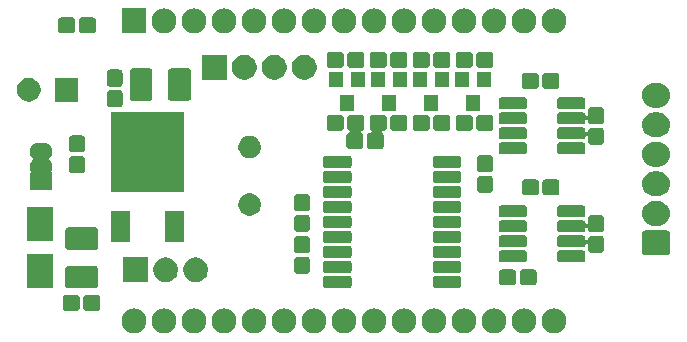
<source format=gts>
%TF.GenerationSoftware,KiCad,Pcbnew,(5.1.5)-3*%
%TF.CreationDate,2021-02-13T19:55:16+01:00*%
%TF.ProjectId,PSACANBridgeHW_v11,50534156-616e-4436-916e-427269646765,rev?*%
%TF.SameCoordinates,Original*%
%TF.FileFunction,Soldermask,Top*%
%TF.FilePolarity,Negative*%
%FSLAX46Y46*%
G04 Gerber Fmt 4.6, Leading zero omitted, Abs format (unit mm)*
G04 Created by KiCad (PCBNEW (5.1.5)-3) date 2021-02-13 19:55:16*
%MOMM*%
%LPD*%
G04 APERTURE LIST*
%ADD10C,0.100000*%
G04 APERTURE END LIST*
D10*
G36*
X128144687Y-141449027D02*
G01*
X128322274Y-141484350D01*
X128513362Y-141563502D01*
X128685336Y-141678411D01*
X128831589Y-141824664D01*
X128946498Y-141996638D01*
X129025650Y-142187726D01*
X129066000Y-142390584D01*
X129066000Y-142597416D01*
X129025650Y-142800274D01*
X128946498Y-142991362D01*
X128831589Y-143163336D01*
X128685336Y-143309589D01*
X128513362Y-143424498D01*
X128322274Y-143503650D01*
X128144687Y-143538973D01*
X128119417Y-143544000D01*
X127912583Y-143544000D01*
X127887313Y-143538973D01*
X127709726Y-143503650D01*
X127518638Y-143424498D01*
X127346664Y-143309589D01*
X127200411Y-143163336D01*
X127085502Y-142991362D01*
X127006350Y-142800274D01*
X126966000Y-142597416D01*
X126966000Y-142390584D01*
X127006350Y-142187726D01*
X127085502Y-141996638D01*
X127200411Y-141824664D01*
X127346664Y-141678411D01*
X127518638Y-141563502D01*
X127709726Y-141484350D01*
X127887313Y-141449027D01*
X127912583Y-141444000D01*
X128119417Y-141444000D01*
X128144687Y-141449027D01*
G37*
G36*
X148464687Y-141449027D02*
G01*
X148642274Y-141484350D01*
X148833362Y-141563502D01*
X149005336Y-141678411D01*
X149151589Y-141824664D01*
X149266498Y-141996638D01*
X149345650Y-142187726D01*
X149386000Y-142390584D01*
X149386000Y-142597416D01*
X149345650Y-142800274D01*
X149266498Y-142991362D01*
X149151589Y-143163336D01*
X149005336Y-143309589D01*
X148833362Y-143424498D01*
X148642274Y-143503650D01*
X148464687Y-143538973D01*
X148439417Y-143544000D01*
X148232583Y-143544000D01*
X148207313Y-143538973D01*
X148029726Y-143503650D01*
X147838638Y-143424498D01*
X147666664Y-143309589D01*
X147520411Y-143163336D01*
X147405502Y-142991362D01*
X147326350Y-142800274D01*
X147286000Y-142597416D01*
X147286000Y-142390584D01*
X147326350Y-142187726D01*
X147405502Y-141996638D01*
X147520411Y-141824664D01*
X147666664Y-141678411D01*
X147838638Y-141563502D01*
X148029726Y-141484350D01*
X148207313Y-141449027D01*
X148232583Y-141444000D01*
X148439417Y-141444000D01*
X148464687Y-141449027D01*
G37*
G36*
X163704687Y-141449027D02*
G01*
X163882274Y-141484350D01*
X164073362Y-141563502D01*
X164245336Y-141678411D01*
X164391589Y-141824664D01*
X164506498Y-141996638D01*
X164585650Y-142187726D01*
X164626000Y-142390584D01*
X164626000Y-142597416D01*
X164585650Y-142800274D01*
X164506498Y-142991362D01*
X164391589Y-143163336D01*
X164245336Y-143309589D01*
X164073362Y-143424498D01*
X163882274Y-143503650D01*
X163704687Y-143538973D01*
X163679417Y-143544000D01*
X163472583Y-143544000D01*
X163447313Y-143538973D01*
X163269726Y-143503650D01*
X163078638Y-143424498D01*
X162906664Y-143309589D01*
X162760411Y-143163336D01*
X162645502Y-142991362D01*
X162566350Y-142800274D01*
X162526000Y-142597416D01*
X162526000Y-142390584D01*
X162566350Y-142187726D01*
X162645502Y-141996638D01*
X162760411Y-141824664D01*
X162906664Y-141678411D01*
X163078638Y-141563502D01*
X163269726Y-141484350D01*
X163447313Y-141449027D01*
X163472583Y-141444000D01*
X163679417Y-141444000D01*
X163704687Y-141449027D01*
G37*
G36*
X158624687Y-141449027D02*
G01*
X158802274Y-141484350D01*
X158993362Y-141563502D01*
X159165336Y-141678411D01*
X159311589Y-141824664D01*
X159426498Y-141996638D01*
X159505650Y-142187726D01*
X159546000Y-142390584D01*
X159546000Y-142597416D01*
X159505650Y-142800274D01*
X159426498Y-142991362D01*
X159311589Y-143163336D01*
X159165336Y-143309589D01*
X158993362Y-143424498D01*
X158802274Y-143503650D01*
X158624687Y-143538973D01*
X158599417Y-143544000D01*
X158392583Y-143544000D01*
X158367313Y-143538973D01*
X158189726Y-143503650D01*
X157998638Y-143424498D01*
X157826664Y-143309589D01*
X157680411Y-143163336D01*
X157565502Y-142991362D01*
X157486350Y-142800274D01*
X157446000Y-142597416D01*
X157446000Y-142390584D01*
X157486350Y-142187726D01*
X157565502Y-141996638D01*
X157680411Y-141824664D01*
X157826664Y-141678411D01*
X157998638Y-141563502D01*
X158189726Y-141484350D01*
X158367313Y-141449027D01*
X158392583Y-141444000D01*
X158599417Y-141444000D01*
X158624687Y-141449027D01*
G37*
G36*
X156084687Y-141449027D02*
G01*
X156262274Y-141484350D01*
X156453362Y-141563502D01*
X156625336Y-141678411D01*
X156771589Y-141824664D01*
X156886498Y-141996638D01*
X156965650Y-142187726D01*
X157006000Y-142390584D01*
X157006000Y-142597416D01*
X156965650Y-142800274D01*
X156886498Y-142991362D01*
X156771589Y-143163336D01*
X156625336Y-143309589D01*
X156453362Y-143424498D01*
X156262274Y-143503650D01*
X156084687Y-143538973D01*
X156059417Y-143544000D01*
X155852583Y-143544000D01*
X155827313Y-143538973D01*
X155649726Y-143503650D01*
X155458638Y-143424498D01*
X155286664Y-143309589D01*
X155140411Y-143163336D01*
X155025502Y-142991362D01*
X154946350Y-142800274D01*
X154906000Y-142597416D01*
X154906000Y-142390584D01*
X154946350Y-142187726D01*
X155025502Y-141996638D01*
X155140411Y-141824664D01*
X155286664Y-141678411D01*
X155458638Y-141563502D01*
X155649726Y-141484350D01*
X155827313Y-141449027D01*
X155852583Y-141444000D01*
X156059417Y-141444000D01*
X156084687Y-141449027D01*
G37*
G36*
X153544687Y-141449027D02*
G01*
X153722274Y-141484350D01*
X153913362Y-141563502D01*
X154085336Y-141678411D01*
X154231589Y-141824664D01*
X154346498Y-141996638D01*
X154425650Y-142187726D01*
X154466000Y-142390584D01*
X154466000Y-142597416D01*
X154425650Y-142800274D01*
X154346498Y-142991362D01*
X154231589Y-143163336D01*
X154085336Y-143309589D01*
X153913362Y-143424498D01*
X153722274Y-143503650D01*
X153544687Y-143538973D01*
X153519417Y-143544000D01*
X153312583Y-143544000D01*
X153287313Y-143538973D01*
X153109726Y-143503650D01*
X152918638Y-143424498D01*
X152746664Y-143309589D01*
X152600411Y-143163336D01*
X152485502Y-142991362D01*
X152406350Y-142800274D01*
X152366000Y-142597416D01*
X152366000Y-142390584D01*
X152406350Y-142187726D01*
X152485502Y-141996638D01*
X152600411Y-141824664D01*
X152746664Y-141678411D01*
X152918638Y-141563502D01*
X153109726Y-141484350D01*
X153287313Y-141449027D01*
X153312583Y-141444000D01*
X153519417Y-141444000D01*
X153544687Y-141449027D01*
G37*
G36*
X151004687Y-141449027D02*
G01*
X151182274Y-141484350D01*
X151373362Y-141563502D01*
X151545336Y-141678411D01*
X151691589Y-141824664D01*
X151806498Y-141996638D01*
X151885650Y-142187726D01*
X151926000Y-142390584D01*
X151926000Y-142597416D01*
X151885650Y-142800274D01*
X151806498Y-142991362D01*
X151691589Y-143163336D01*
X151545336Y-143309589D01*
X151373362Y-143424498D01*
X151182274Y-143503650D01*
X151004687Y-143538973D01*
X150979417Y-143544000D01*
X150772583Y-143544000D01*
X150747313Y-143538973D01*
X150569726Y-143503650D01*
X150378638Y-143424498D01*
X150206664Y-143309589D01*
X150060411Y-143163336D01*
X149945502Y-142991362D01*
X149866350Y-142800274D01*
X149826000Y-142597416D01*
X149826000Y-142390584D01*
X149866350Y-142187726D01*
X149945502Y-141996638D01*
X150060411Y-141824664D01*
X150206664Y-141678411D01*
X150378638Y-141563502D01*
X150569726Y-141484350D01*
X150747313Y-141449027D01*
X150772583Y-141444000D01*
X150979417Y-141444000D01*
X151004687Y-141449027D01*
G37*
G36*
X161164687Y-141449027D02*
G01*
X161342274Y-141484350D01*
X161533362Y-141563502D01*
X161705336Y-141678411D01*
X161851589Y-141824664D01*
X161966498Y-141996638D01*
X162045650Y-142187726D01*
X162086000Y-142390584D01*
X162086000Y-142597416D01*
X162045650Y-142800274D01*
X161966498Y-142991362D01*
X161851589Y-143163336D01*
X161705336Y-143309589D01*
X161533362Y-143424498D01*
X161342274Y-143503650D01*
X161164687Y-143538973D01*
X161139417Y-143544000D01*
X160932583Y-143544000D01*
X160907313Y-143538973D01*
X160729726Y-143503650D01*
X160538638Y-143424498D01*
X160366664Y-143309589D01*
X160220411Y-143163336D01*
X160105502Y-142991362D01*
X160026350Y-142800274D01*
X159986000Y-142597416D01*
X159986000Y-142390584D01*
X160026350Y-142187726D01*
X160105502Y-141996638D01*
X160220411Y-141824664D01*
X160366664Y-141678411D01*
X160538638Y-141563502D01*
X160729726Y-141484350D01*
X160907313Y-141449027D01*
X160932583Y-141444000D01*
X161139417Y-141444000D01*
X161164687Y-141449027D01*
G37*
G36*
X143384687Y-141449027D02*
G01*
X143562274Y-141484350D01*
X143753362Y-141563502D01*
X143925336Y-141678411D01*
X144071589Y-141824664D01*
X144186498Y-141996638D01*
X144265650Y-142187726D01*
X144306000Y-142390584D01*
X144306000Y-142597416D01*
X144265650Y-142800274D01*
X144186498Y-142991362D01*
X144071589Y-143163336D01*
X143925336Y-143309589D01*
X143753362Y-143424498D01*
X143562274Y-143503650D01*
X143384687Y-143538973D01*
X143359417Y-143544000D01*
X143152583Y-143544000D01*
X143127313Y-143538973D01*
X142949726Y-143503650D01*
X142758638Y-143424498D01*
X142586664Y-143309589D01*
X142440411Y-143163336D01*
X142325502Y-142991362D01*
X142246350Y-142800274D01*
X142206000Y-142597416D01*
X142206000Y-142390584D01*
X142246350Y-142187726D01*
X142325502Y-141996638D01*
X142440411Y-141824664D01*
X142586664Y-141678411D01*
X142758638Y-141563502D01*
X142949726Y-141484350D01*
X143127313Y-141449027D01*
X143152583Y-141444000D01*
X143359417Y-141444000D01*
X143384687Y-141449027D01*
G37*
G36*
X140844687Y-141449027D02*
G01*
X141022274Y-141484350D01*
X141213362Y-141563502D01*
X141385336Y-141678411D01*
X141531589Y-141824664D01*
X141646498Y-141996638D01*
X141725650Y-142187726D01*
X141766000Y-142390584D01*
X141766000Y-142597416D01*
X141725650Y-142800274D01*
X141646498Y-142991362D01*
X141531589Y-143163336D01*
X141385336Y-143309589D01*
X141213362Y-143424498D01*
X141022274Y-143503650D01*
X140844687Y-143538973D01*
X140819417Y-143544000D01*
X140612583Y-143544000D01*
X140587313Y-143538973D01*
X140409726Y-143503650D01*
X140218638Y-143424498D01*
X140046664Y-143309589D01*
X139900411Y-143163336D01*
X139785502Y-142991362D01*
X139706350Y-142800274D01*
X139666000Y-142597416D01*
X139666000Y-142390584D01*
X139706350Y-142187726D01*
X139785502Y-141996638D01*
X139900411Y-141824664D01*
X140046664Y-141678411D01*
X140218638Y-141563502D01*
X140409726Y-141484350D01*
X140587313Y-141449027D01*
X140612583Y-141444000D01*
X140819417Y-141444000D01*
X140844687Y-141449027D01*
G37*
G36*
X138304687Y-141449027D02*
G01*
X138482274Y-141484350D01*
X138673362Y-141563502D01*
X138845336Y-141678411D01*
X138991589Y-141824664D01*
X139106498Y-141996638D01*
X139185650Y-142187726D01*
X139226000Y-142390584D01*
X139226000Y-142597416D01*
X139185650Y-142800274D01*
X139106498Y-142991362D01*
X138991589Y-143163336D01*
X138845336Y-143309589D01*
X138673362Y-143424498D01*
X138482274Y-143503650D01*
X138304687Y-143538973D01*
X138279417Y-143544000D01*
X138072583Y-143544000D01*
X138047313Y-143538973D01*
X137869726Y-143503650D01*
X137678638Y-143424498D01*
X137506664Y-143309589D01*
X137360411Y-143163336D01*
X137245502Y-142991362D01*
X137166350Y-142800274D01*
X137126000Y-142597416D01*
X137126000Y-142390584D01*
X137166350Y-142187726D01*
X137245502Y-141996638D01*
X137360411Y-141824664D01*
X137506664Y-141678411D01*
X137678638Y-141563502D01*
X137869726Y-141484350D01*
X138047313Y-141449027D01*
X138072583Y-141444000D01*
X138279417Y-141444000D01*
X138304687Y-141449027D01*
G37*
G36*
X135764687Y-141449027D02*
G01*
X135942274Y-141484350D01*
X136133362Y-141563502D01*
X136305336Y-141678411D01*
X136451589Y-141824664D01*
X136566498Y-141996638D01*
X136645650Y-142187726D01*
X136686000Y-142390584D01*
X136686000Y-142597416D01*
X136645650Y-142800274D01*
X136566498Y-142991362D01*
X136451589Y-143163336D01*
X136305336Y-143309589D01*
X136133362Y-143424498D01*
X135942274Y-143503650D01*
X135764687Y-143538973D01*
X135739417Y-143544000D01*
X135532583Y-143544000D01*
X135507313Y-143538973D01*
X135329726Y-143503650D01*
X135138638Y-143424498D01*
X134966664Y-143309589D01*
X134820411Y-143163336D01*
X134705502Y-142991362D01*
X134626350Y-142800274D01*
X134586000Y-142597416D01*
X134586000Y-142390584D01*
X134626350Y-142187726D01*
X134705502Y-141996638D01*
X134820411Y-141824664D01*
X134966664Y-141678411D01*
X135138638Y-141563502D01*
X135329726Y-141484350D01*
X135507313Y-141449027D01*
X135532583Y-141444000D01*
X135739417Y-141444000D01*
X135764687Y-141449027D01*
G37*
G36*
X133224687Y-141449027D02*
G01*
X133402274Y-141484350D01*
X133593362Y-141563502D01*
X133765336Y-141678411D01*
X133911589Y-141824664D01*
X134026498Y-141996638D01*
X134105650Y-142187726D01*
X134146000Y-142390584D01*
X134146000Y-142597416D01*
X134105650Y-142800274D01*
X134026498Y-142991362D01*
X133911589Y-143163336D01*
X133765336Y-143309589D01*
X133593362Y-143424498D01*
X133402274Y-143503650D01*
X133224687Y-143538973D01*
X133199417Y-143544000D01*
X132992583Y-143544000D01*
X132967313Y-143538973D01*
X132789726Y-143503650D01*
X132598638Y-143424498D01*
X132426664Y-143309589D01*
X132280411Y-143163336D01*
X132165502Y-142991362D01*
X132086350Y-142800274D01*
X132046000Y-142597416D01*
X132046000Y-142390584D01*
X132086350Y-142187726D01*
X132165502Y-141996638D01*
X132280411Y-141824664D01*
X132426664Y-141678411D01*
X132598638Y-141563502D01*
X132789726Y-141484350D01*
X132967313Y-141449027D01*
X132992583Y-141444000D01*
X133199417Y-141444000D01*
X133224687Y-141449027D01*
G37*
G36*
X130684687Y-141449027D02*
G01*
X130862274Y-141484350D01*
X131053362Y-141563502D01*
X131225336Y-141678411D01*
X131371589Y-141824664D01*
X131486498Y-141996638D01*
X131565650Y-142187726D01*
X131606000Y-142390584D01*
X131606000Y-142597416D01*
X131565650Y-142800274D01*
X131486498Y-142991362D01*
X131371589Y-143163336D01*
X131225336Y-143309589D01*
X131053362Y-143424498D01*
X130862274Y-143503650D01*
X130684687Y-143538973D01*
X130659417Y-143544000D01*
X130452583Y-143544000D01*
X130427313Y-143538973D01*
X130249726Y-143503650D01*
X130058638Y-143424498D01*
X129886664Y-143309589D01*
X129740411Y-143163336D01*
X129625502Y-142991362D01*
X129546350Y-142800274D01*
X129506000Y-142597416D01*
X129506000Y-142390584D01*
X129546350Y-142187726D01*
X129625502Y-141996638D01*
X129740411Y-141824664D01*
X129886664Y-141678411D01*
X130058638Y-141563502D01*
X130249726Y-141484350D01*
X130427313Y-141449027D01*
X130452583Y-141444000D01*
X130659417Y-141444000D01*
X130684687Y-141449027D01*
G37*
G36*
X145924687Y-141449027D02*
G01*
X146102274Y-141484350D01*
X146293362Y-141563502D01*
X146465336Y-141678411D01*
X146611589Y-141824664D01*
X146726498Y-141996638D01*
X146805650Y-142187726D01*
X146846000Y-142390584D01*
X146846000Y-142597416D01*
X146805650Y-142800274D01*
X146726498Y-142991362D01*
X146611589Y-143163336D01*
X146465336Y-143309589D01*
X146293362Y-143424498D01*
X146102274Y-143503650D01*
X145924687Y-143538973D01*
X145899417Y-143544000D01*
X145692583Y-143544000D01*
X145667313Y-143538973D01*
X145489726Y-143503650D01*
X145298638Y-143424498D01*
X145126664Y-143309589D01*
X144980411Y-143163336D01*
X144865502Y-142991362D01*
X144786350Y-142800274D01*
X144746000Y-142597416D01*
X144746000Y-142390584D01*
X144786350Y-142187726D01*
X144865502Y-141996638D01*
X144980411Y-141824664D01*
X145126664Y-141678411D01*
X145298638Y-141563502D01*
X145489726Y-141484350D01*
X145667313Y-141449027D01*
X145692583Y-141444000D01*
X145899417Y-141444000D01*
X145924687Y-141449027D01*
G37*
G36*
X123199530Y-140300877D02*
G01*
X123251010Y-140316493D01*
X123298445Y-140341848D01*
X123340027Y-140375973D01*
X123374152Y-140417555D01*
X123399507Y-140464990D01*
X123415123Y-140516470D01*
X123421000Y-140576140D01*
X123421000Y-141363860D01*
X123415123Y-141423530D01*
X123399507Y-141475010D01*
X123374152Y-141522445D01*
X123340027Y-141564027D01*
X123298445Y-141598152D01*
X123251010Y-141623507D01*
X123199530Y-141639123D01*
X123139860Y-141645000D01*
X122252140Y-141645000D01*
X122192470Y-141639123D01*
X122140990Y-141623507D01*
X122093555Y-141598152D01*
X122051973Y-141564027D01*
X122017848Y-141522445D01*
X121992493Y-141475010D01*
X121976877Y-141423530D01*
X121971000Y-141363860D01*
X121971000Y-140576140D01*
X121976877Y-140516470D01*
X121992493Y-140464990D01*
X122017848Y-140417555D01*
X122051973Y-140375973D01*
X122093555Y-140341848D01*
X122140990Y-140316493D01*
X122192470Y-140300877D01*
X122252140Y-140295000D01*
X123139860Y-140295000D01*
X123199530Y-140300877D01*
G37*
G36*
X124949530Y-140300877D02*
G01*
X125001010Y-140316493D01*
X125048445Y-140341848D01*
X125090027Y-140375973D01*
X125124152Y-140417555D01*
X125149507Y-140464990D01*
X125165123Y-140516470D01*
X125171000Y-140576140D01*
X125171000Y-141363860D01*
X125165123Y-141423530D01*
X125149507Y-141475010D01*
X125124152Y-141522445D01*
X125090027Y-141564027D01*
X125048445Y-141598152D01*
X125001010Y-141623507D01*
X124949530Y-141639123D01*
X124889860Y-141645000D01*
X124002140Y-141645000D01*
X123942470Y-141639123D01*
X123890990Y-141623507D01*
X123843555Y-141598152D01*
X123801973Y-141564027D01*
X123767848Y-141522445D01*
X123742493Y-141475010D01*
X123726877Y-141423530D01*
X123721000Y-141363860D01*
X123721000Y-140576140D01*
X123726877Y-140516470D01*
X123742493Y-140464990D01*
X123767848Y-140417555D01*
X123801973Y-140375973D01*
X123843555Y-140341848D01*
X123890990Y-140316493D01*
X123942470Y-140300877D01*
X124002140Y-140295000D01*
X124889860Y-140295000D01*
X124949530Y-140300877D01*
G37*
G36*
X124758067Y-137840076D02*
G01*
X124801728Y-137853320D01*
X124841964Y-137874827D01*
X124877231Y-137903769D01*
X124906173Y-137939036D01*
X124927680Y-137979272D01*
X124940924Y-138022933D01*
X124946000Y-138074474D01*
X124946000Y-139495526D01*
X124940924Y-139547067D01*
X124927680Y-139590728D01*
X124906173Y-139630964D01*
X124877231Y-139666231D01*
X124841964Y-139695173D01*
X124801728Y-139716680D01*
X124758067Y-139729924D01*
X124706526Y-139735000D01*
X122435474Y-139735000D01*
X122383933Y-139729924D01*
X122340272Y-139716680D01*
X122300036Y-139695173D01*
X122264769Y-139666231D01*
X122235827Y-139630964D01*
X122214320Y-139590728D01*
X122201076Y-139547067D01*
X122196000Y-139495526D01*
X122196000Y-138074474D01*
X122201076Y-138022933D01*
X122214320Y-137979272D01*
X122235827Y-137939036D01*
X122264769Y-137903769D01*
X122300036Y-137874827D01*
X122340272Y-137853320D01*
X122383933Y-137840076D01*
X122435474Y-137835000D01*
X124706526Y-137835000D01*
X124758067Y-137840076D01*
G37*
G36*
X121115000Y-139721000D02*
G01*
X118915000Y-139721000D01*
X118915000Y-136821000D01*
X121115000Y-136821000D01*
X121115000Y-139721000D01*
G37*
G36*
X146283963Y-138696196D02*
G01*
X146319021Y-138706831D01*
X146351332Y-138724102D01*
X146379655Y-138747345D01*
X146402898Y-138775668D01*
X146420169Y-138807979D01*
X146430804Y-138843037D01*
X146435000Y-138885641D01*
X146435000Y-139498359D01*
X146430804Y-139540963D01*
X146420169Y-139576021D01*
X146402898Y-139608332D01*
X146379655Y-139636655D01*
X146351332Y-139659898D01*
X146319021Y-139677169D01*
X146283963Y-139687804D01*
X146241359Y-139692000D01*
X144178641Y-139692000D01*
X144136037Y-139687804D01*
X144100979Y-139677169D01*
X144068668Y-139659898D01*
X144040345Y-139636655D01*
X144017102Y-139608332D01*
X143999831Y-139576021D01*
X143989196Y-139540963D01*
X143985000Y-139498359D01*
X143985000Y-138885641D01*
X143989196Y-138843037D01*
X143999831Y-138807979D01*
X144017102Y-138775668D01*
X144040345Y-138747345D01*
X144068668Y-138724102D01*
X144100979Y-138706831D01*
X144136037Y-138696196D01*
X144178641Y-138692000D01*
X146241359Y-138692000D01*
X146283963Y-138696196D01*
G37*
G36*
X155583963Y-138696196D02*
G01*
X155619021Y-138706831D01*
X155651332Y-138724102D01*
X155679655Y-138747345D01*
X155702898Y-138775668D01*
X155720169Y-138807979D01*
X155730804Y-138843037D01*
X155735000Y-138885641D01*
X155735000Y-139498359D01*
X155730804Y-139540963D01*
X155720169Y-139576021D01*
X155702898Y-139608332D01*
X155679655Y-139636655D01*
X155651332Y-139659898D01*
X155619021Y-139677169D01*
X155583963Y-139687804D01*
X155541359Y-139692000D01*
X153478641Y-139692000D01*
X153436037Y-139687804D01*
X153400979Y-139677169D01*
X153368668Y-139659898D01*
X153340345Y-139636655D01*
X153317102Y-139608332D01*
X153299831Y-139576021D01*
X153289196Y-139540963D01*
X153285000Y-139498359D01*
X153285000Y-138885641D01*
X153289196Y-138843037D01*
X153299831Y-138807979D01*
X153317102Y-138775668D01*
X153340345Y-138747345D01*
X153368668Y-138724102D01*
X153400979Y-138706831D01*
X153436037Y-138696196D01*
X153478641Y-138692000D01*
X155541359Y-138692000D01*
X155583963Y-138696196D01*
G37*
G36*
X160138530Y-138141877D02*
G01*
X160190010Y-138157493D01*
X160237445Y-138182848D01*
X160279027Y-138216973D01*
X160313152Y-138258555D01*
X160338507Y-138305990D01*
X160354123Y-138357470D01*
X160360000Y-138417140D01*
X160360000Y-139204860D01*
X160354123Y-139264530D01*
X160338507Y-139316010D01*
X160313152Y-139363445D01*
X160279027Y-139405027D01*
X160237445Y-139439152D01*
X160190010Y-139464507D01*
X160138530Y-139480123D01*
X160078860Y-139486000D01*
X159191140Y-139486000D01*
X159131470Y-139480123D01*
X159079990Y-139464507D01*
X159032555Y-139439152D01*
X158990973Y-139405027D01*
X158956848Y-139363445D01*
X158931493Y-139316010D01*
X158915877Y-139264530D01*
X158910000Y-139204860D01*
X158910000Y-138417140D01*
X158915877Y-138357470D01*
X158931493Y-138305990D01*
X158956848Y-138258555D01*
X158990973Y-138216973D01*
X159032555Y-138182848D01*
X159079990Y-138157493D01*
X159131470Y-138141877D01*
X159191140Y-138136000D01*
X160078860Y-138136000D01*
X160138530Y-138141877D01*
G37*
G36*
X161888530Y-138141877D02*
G01*
X161940010Y-138157493D01*
X161987445Y-138182848D01*
X162029027Y-138216973D01*
X162063152Y-138258555D01*
X162088507Y-138305990D01*
X162104123Y-138357470D01*
X162110000Y-138417140D01*
X162110000Y-139204860D01*
X162104123Y-139264530D01*
X162088507Y-139316010D01*
X162063152Y-139363445D01*
X162029027Y-139405027D01*
X161987445Y-139439152D01*
X161940010Y-139464507D01*
X161888530Y-139480123D01*
X161828860Y-139486000D01*
X160941140Y-139486000D01*
X160881470Y-139480123D01*
X160829990Y-139464507D01*
X160782555Y-139439152D01*
X160740973Y-139405027D01*
X160706848Y-139363445D01*
X160681493Y-139316010D01*
X160665877Y-139264530D01*
X160660000Y-139204860D01*
X160660000Y-138417140D01*
X160665877Y-138357470D01*
X160681493Y-138305990D01*
X160706848Y-138258555D01*
X160740973Y-138216973D01*
X160782555Y-138182848D01*
X160829990Y-138157493D01*
X160881470Y-138141877D01*
X160941140Y-138136000D01*
X161828860Y-138136000D01*
X161888530Y-138141877D01*
G37*
G36*
X130811687Y-137131027D02*
G01*
X130989274Y-137166350D01*
X131180362Y-137245502D01*
X131352336Y-137360411D01*
X131498589Y-137506664D01*
X131613498Y-137678638D01*
X131692650Y-137869726D01*
X131723124Y-138022933D01*
X131733000Y-138072583D01*
X131733000Y-138279417D01*
X131729372Y-138297656D01*
X131692650Y-138482274D01*
X131613498Y-138673362D01*
X131498589Y-138845336D01*
X131352336Y-138991589D01*
X131180362Y-139106498D01*
X130989274Y-139185650D01*
X130811687Y-139220973D01*
X130786417Y-139226000D01*
X130579583Y-139226000D01*
X130554313Y-139220973D01*
X130376726Y-139185650D01*
X130185638Y-139106498D01*
X130013664Y-138991589D01*
X129867411Y-138845336D01*
X129752502Y-138673362D01*
X129673350Y-138482274D01*
X129636628Y-138297656D01*
X129633000Y-138279417D01*
X129633000Y-138072583D01*
X129642876Y-138022933D01*
X129673350Y-137869726D01*
X129752502Y-137678638D01*
X129867411Y-137506664D01*
X130013664Y-137360411D01*
X130185638Y-137245502D01*
X130376726Y-137166350D01*
X130554313Y-137131027D01*
X130579583Y-137126000D01*
X130786417Y-137126000D01*
X130811687Y-137131027D01*
G37*
G36*
X133351687Y-137131027D02*
G01*
X133529274Y-137166350D01*
X133720362Y-137245502D01*
X133892336Y-137360411D01*
X134038589Y-137506664D01*
X134153498Y-137678638D01*
X134232650Y-137869726D01*
X134263124Y-138022933D01*
X134273000Y-138072583D01*
X134273000Y-138279417D01*
X134269372Y-138297656D01*
X134232650Y-138482274D01*
X134153498Y-138673362D01*
X134038589Y-138845336D01*
X133892336Y-138991589D01*
X133720362Y-139106498D01*
X133529274Y-139185650D01*
X133351687Y-139220973D01*
X133326417Y-139226000D01*
X133119583Y-139226000D01*
X133094313Y-139220973D01*
X132916726Y-139185650D01*
X132725638Y-139106498D01*
X132553664Y-138991589D01*
X132407411Y-138845336D01*
X132292502Y-138673362D01*
X132213350Y-138482274D01*
X132176628Y-138297656D01*
X132173000Y-138279417D01*
X132173000Y-138072583D01*
X132182876Y-138022933D01*
X132213350Y-137869726D01*
X132292502Y-137678638D01*
X132407411Y-137506664D01*
X132553664Y-137360411D01*
X132725638Y-137245502D01*
X132916726Y-137166350D01*
X133094313Y-137131027D01*
X133119583Y-137126000D01*
X133326417Y-137126000D01*
X133351687Y-137131027D01*
G37*
G36*
X129193000Y-139226000D02*
G01*
X127093000Y-139226000D01*
X127093000Y-137126000D01*
X129193000Y-137126000D01*
X129193000Y-139226000D01*
G37*
G36*
X142693530Y-137061877D02*
G01*
X142745010Y-137077493D01*
X142792445Y-137102848D01*
X142834027Y-137136973D01*
X142868152Y-137178555D01*
X142893507Y-137225990D01*
X142909123Y-137277470D01*
X142915000Y-137337140D01*
X142915000Y-138224860D01*
X142909123Y-138284530D01*
X142893507Y-138336010D01*
X142868152Y-138383445D01*
X142834027Y-138425027D01*
X142792445Y-138459152D01*
X142745010Y-138484507D01*
X142693530Y-138500123D01*
X142633860Y-138506000D01*
X141846140Y-138506000D01*
X141786470Y-138500123D01*
X141734990Y-138484507D01*
X141687555Y-138459152D01*
X141645973Y-138425027D01*
X141611848Y-138383445D01*
X141586493Y-138336010D01*
X141570877Y-138284530D01*
X141565000Y-138224860D01*
X141565000Y-137337140D01*
X141570877Y-137277470D01*
X141586493Y-137225990D01*
X141611848Y-137178555D01*
X141645973Y-137136973D01*
X141687555Y-137102848D01*
X141734990Y-137077493D01*
X141786470Y-137061877D01*
X141846140Y-137056000D01*
X142633860Y-137056000D01*
X142693530Y-137061877D01*
G37*
G36*
X146283963Y-137426196D02*
G01*
X146319021Y-137436831D01*
X146351332Y-137454102D01*
X146379655Y-137477345D01*
X146402898Y-137505668D01*
X146420169Y-137537979D01*
X146430804Y-137573037D01*
X146435000Y-137615641D01*
X146435000Y-138228359D01*
X146430804Y-138270963D01*
X146420169Y-138306021D01*
X146402898Y-138338332D01*
X146379655Y-138366655D01*
X146351332Y-138389898D01*
X146319021Y-138407169D01*
X146283963Y-138417804D01*
X146241359Y-138422000D01*
X144178641Y-138422000D01*
X144136037Y-138417804D01*
X144100979Y-138407169D01*
X144068668Y-138389898D01*
X144040345Y-138366655D01*
X144017102Y-138338332D01*
X143999831Y-138306021D01*
X143989196Y-138270963D01*
X143985000Y-138228359D01*
X143985000Y-137615641D01*
X143989196Y-137573037D01*
X143999831Y-137537979D01*
X144017102Y-137505668D01*
X144040345Y-137477345D01*
X144068668Y-137454102D01*
X144100979Y-137436831D01*
X144136037Y-137426196D01*
X144178641Y-137422000D01*
X146241359Y-137422000D01*
X146283963Y-137426196D01*
G37*
G36*
X155583963Y-137426196D02*
G01*
X155619021Y-137436831D01*
X155651332Y-137454102D01*
X155679655Y-137477345D01*
X155702898Y-137505668D01*
X155720169Y-137537979D01*
X155730804Y-137573037D01*
X155735000Y-137615641D01*
X155735000Y-138228359D01*
X155730804Y-138270963D01*
X155720169Y-138306021D01*
X155702898Y-138338332D01*
X155679655Y-138366655D01*
X155651332Y-138389898D01*
X155619021Y-138407169D01*
X155583963Y-138417804D01*
X155541359Y-138422000D01*
X153478641Y-138422000D01*
X153436037Y-138417804D01*
X153400979Y-138407169D01*
X153368668Y-138389898D01*
X153340345Y-138366655D01*
X153317102Y-138338332D01*
X153299831Y-138306021D01*
X153289196Y-138270963D01*
X153285000Y-138228359D01*
X153285000Y-137615641D01*
X153289196Y-137573037D01*
X153299831Y-137537979D01*
X153317102Y-137505668D01*
X153340345Y-137477345D01*
X153368668Y-137454102D01*
X153400979Y-137436831D01*
X153436037Y-137426196D01*
X153478641Y-137422000D01*
X155541359Y-137422000D01*
X155583963Y-137426196D01*
G37*
G36*
X166058963Y-136537196D02*
G01*
X166094021Y-136547831D01*
X166126332Y-136565102D01*
X166154655Y-136588345D01*
X166177898Y-136616668D01*
X166195169Y-136648979D01*
X166205804Y-136684037D01*
X166210000Y-136726641D01*
X166210000Y-137339359D01*
X166205804Y-137381963D01*
X166195169Y-137417021D01*
X166177898Y-137449332D01*
X166154655Y-137477655D01*
X166126332Y-137500898D01*
X166094021Y-137518169D01*
X166058963Y-137528804D01*
X166016359Y-137533000D01*
X164053641Y-137533000D01*
X164011037Y-137528804D01*
X163975979Y-137518169D01*
X163943668Y-137500898D01*
X163915345Y-137477655D01*
X163892102Y-137449332D01*
X163874831Y-137417021D01*
X163864196Y-137381963D01*
X163860000Y-137339359D01*
X163860000Y-136726641D01*
X163864196Y-136684037D01*
X163874831Y-136648979D01*
X163892102Y-136616668D01*
X163915345Y-136588345D01*
X163943668Y-136565102D01*
X163975979Y-136547831D01*
X164011037Y-136537196D01*
X164053641Y-136533000D01*
X166016359Y-136533000D01*
X166058963Y-136537196D01*
G37*
G36*
X161108963Y-136537196D02*
G01*
X161144021Y-136547831D01*
X161176332Y-136565102D01*
X161204655Y-136588345D01*
X161227898Y-136616668D01*
X161245169Y-136648979D01*
X161255804Y-136684037D01*
X161260000Y-136726641D01*
X161260000Y-137339359D01*
X161255804Y-137381963D01*
X161245169Y-137417021D01*
X161227898Y-137449332D01*
X161204655Y-137477655D01*
X161176332Y-137500898D01*
X161144021Y-137518169D01*
X161108963Y-137528804D01*
X161066359Y-137533000D01*
X159103641Y-137533000D01*
X159061037Y-137528804D01*
X159025979Y-137518169D01*
X158993668Y-137500898D01*
X158965345Y-137477655D01*
X158942102Y-137449332D01*
X158924831Y-137417021D01*
X158914196Y-137381963D01*
X158910000Y-137339359D01*
X158910000Y-136726641D01*
X158914196Y-136684037D01*
X158924831Y-136648979D01*
X158942102Y-136616668D01*
X158965345Y-136588345D01*
X158993668Y-136565102D01*
X159025979Y-136547831D01*
X159061037Y-136537196D01*
X159103641Y-136533000D01*
X161066359Y-136533000D01*
X161108963Y-136537196D01*
G37*
G36*
X146283963Y-136156196D02*
G01*
X146319021Y-136166831D01*
X146351332Y-136184102D01*
X146379655Y-136207345D01*
X146402898Y-136235668D01*
X146420169Y-136267979D01*
X146430804Y-136303037D01*
X146435000Y-136345641D01*
X146435000Y-136958359D01*
X146430804Y-137000963D01*
X146420169Y-137036021D01*
X146402898Y-137068332D01*
X146379655Y-137096655D01*
X146351332Y-137119898D01*
X146319021Y-137137169D01*
X146283963Y-137147804D01*
X146241359Y-137152000D01*
X144178641Y-137152000D01*
X144136037Y-137147804D01*
X144100979Y-137137169D01*
X144068668Y-137119898D01*
X144040345Y-137096655D01*
X144017102Y-137068332D01*
X143999831Y-137036021D01*
X143989196Y-137000963D01*
X143985000Y-136958359D01*
X143985000Y-136345641D01*
X143989196Y-136303037D01*
X143999831Y-136267979D01*
X144017102Y-136235668D01*
X144040345Y-136207345D01*
X144068668Y-136184102D01*
X144100979Y-136166831D01*
X144136037Y-136156196D01*
X144178641Y-136152000D01*
X146241359Y-136152000D01*
X146283963Y-136156196D01*
G37*
G36*
X155583963Y-136156196D02*
G01*
X155619021Y-136166831D01*
X155651332Y-136184102D01*
X155679655Y-136207345D01*
X155702898Y-136235668D01*
X155720169Y-136267979D01*
X155730804Y-136303037D01*
X155735000Y-136345641D01*
X155735000Y-136958359D01*
X155730804Y-137000963D01*
X155720169Y-137036021D01*
X155702898Y-137068332D01*
X155679655Y-137096655D01*
X155651332Y-137119898D01*
X155619021Y-137137169D01*
X155583963Y-137147804D01*
X155541359Y-137152000D01*
X153478641Y-137152000D01*
X153436037Y-137147804D01*
X153400979Y-137137169D01*
X153368668Y-137119898D01*
X153340345Y-137096655D01*
X153317102Y-137068332D01*
X153299831Y-137036021D01*
X153289196Y-137000963D01*
X153285000Y-136958359D01*
X153285000Y-136345641D01*
X153289196Y-136303037D01*
X153299831Y-136267979D01*
X153317102Y-136235668D01*
X153340345Y-136207345D01*
X153368668Y-136184102D01*
X153400979Y-136166831D01*
X153436037Y-136156196D01*
X153478641Y-136152000D01*
X155541359Y-136152000D01*
X155583963Y-136156196D01*
G37*
G36*
X173209326Y-134844831D02*
G01*
X173250596Y-134857350D01*
X173288631Y-134877681D01*
X173321964Y-134905036D01*
X173349319Y-134938369D01*
X173369650Y-134976404D01*
X173382169Y-135017674D01*
X173387000Y-135066727D01*
X173387000Y-136713273D01*
X173382169Y-136762326D01*
X173369650Y-136803596D01*
X173349319Y-136841631D01*
X173321964Y-136874964D01*
X173288631Y-136902319D01*
X173250596Y-136922650D01*
X173209326Y-136935169D01*
X173160273Y-136940000D01*
X171263727Y-136940000D01*
X171214674Y-136935169D01*
X171173404Y-136922650D01*
X171135369Y-136902319D01*
X171102036Y-136874964D01*
X171074681Y-136841631D01*
X171054350Y-136803596D01*
X171041831Y-136762326D01*
X171037000Y-136713273D01*
X171037000Y-135066727D01*
X171041831Y-135017674D01*
X171054350Y-134976404D01*
X171074681Y-134938369D01*
X171102036Y-134905036D01*
X171135369Y-134877681D01*
X171173404Y-134857350D01*
X171214674Y-134844831D01*
X171263727Y-134840000D01*
X173160273Y-134840000D01*
X173209326Y-134844831D01*
G37*
G36*
X142693530Y-135311877D02*
G01*
X142745010Y-135327493D01*
X142792445Y-135352848D01*
X142834027Y-135386973D01*
X142868152Y-135428555D01*
X142893507Y-135475990D01*
X142909123Y-135527470D01*
X142915000Y-135587140D01*
X142915000Y-136474860D01*
X142909123Y-136534530D01*
X142893507Y-136586010D01*
X142868152Y-136633445D01*
X142834027Y-136675027D01*
X142792445Y-136709152D01*
X142745010Y-136734507D01*
X142693530Y-136750123D01*
X142633860Y-136756000D01*
X141846140Y-136756000D01*
X141786470Y-136750123D01*
X141734990Y-136734507D01*
X141687555Y-136709152D01*
X141645973Y-136675027D01*
X141611848Y-136633445D01*
X141586493Y-136586010D01*
X141570877Y-136534530D01*
X141565000Y-136474860D01*
X141565000Y-135587140D01*
X141570877Y-135527470D01*
X141586493Y-135475990D01*
X141611848Y-135428555D01*
X141645973Y-135386973D01*
X141687555Y-135352848D01*
X141734990Y-135327493D01*
X141786470Y-135311877D01*
X141846140Y-135306000D01*
X142633860Y-135306000D01*
X142693530Y-135311877D01*
G37*
G36*
X166058963Y-135267196D02*
G01*
X166094021Y-135277831D01*
X166126332Y-135295102D01*
X166154655Y-135318345D01*
X166177898Y-135346668D01*
X166195169Y-135378979D01*
X166205804Y-135414037D01*
X166210000Y-135456641D01*
X166210000Y-135522561D01*
X166212402Y-135546947D01*
X166219515Y-135570396D01*
X166231066Y-135592007D01*
X166246611Y-135610949D01*
X166265553Y-135626494D01*
X166287164Y-135638045D01*
X166310613Y-135645158D01*
X166334999Y-135647560D01*
X166359385Y-135645158D01*
X166382834Y-135638045D01*
X166404445Y-135626494D01*
X166423387Y-135610949D01*
X166438932Y-135592007D01*
X166450483Y-135570396D01*
X166459396Y-135534813D01*
X166462877Y-135499470D01*
X166478493Y-135447990D01*
X166503848Y-135400555D01*
X166537973Y-135358973D01*
X166579555Y-135324848D01*
X166626990Y-135299493D01*
X166678470Y-135283877D01*
X166738140Y-135278000D01*
X167525860Y-135278000D01*
X167585530Y-135283877D01*
X167637010Y-135299493D01*
X167684445Y-135324848D01*
X167726027Y-135358973D01*
X167760152Y-135400555D01*
X167785507Y-135447990D01*
X167801123Y-135499470D01*
X167807000Y-135559140D01*
X167807000Y-136446860D01*
X167801123Y-136506530D01*
X167785507Y-136558010D01*
X167760152Y-136605445D01*
X167726027Y-136647027D01*
X167684445Y-136681152D01*
X167637010Y-136706507D01*
X167585530Y-136722123D01*
X167525860Y-136728000D01*
X166738140Y-136728000D01*
X166678470Y-136722123D01*
X166626990Y-136706507D01*
X166579555Y-136681152D01*
X166537973Y-136647027D01*
X166503848Y-136605445D01*
X166478493Y-136558010D01*
X166462877Y-136506530D01*
X166457000Y-136446860D01*
X166457000Y-136105937D01*
X166454598Y-136081551D01*
X166447485Y-136058102D01*
X166435934Y-136036491D01*
X166420389Y-136017549D01*
X166401447Y-136002004D01*
X166379836Y-135990453D01*
X166356387Y-135983340D01*
X166332001Y-135980938D01*
X166307615Y-135983340D01*
X166284166Y-135990453D01*
X166262555Y-136002004D01*
X166243613Y-136017549D01*
X166228068Y-136036491D01*
X166216517Y-136058102D01*
X166207604Y-136093684D01*
X166205804Y-136111963D01*
X166195169Y-136147021D01*
X166177898Y-136179332D01*
X166154655Y-136207655D01*
X166126332Y-136230898D01*
X166094021Y-136248169D01*
X166058963Y-136258804D01*
X166016359Y-136263000D01*
X164053641Y-136263000D01*
X164011037Y-136258804D01*
X163975979Y-136248169D01*
X163943668Y-136230898D01*
X163915345Y-136207655D01*
X163892102Y-136179332D01*
X163874831Y-136147021D01*
X163864196Y-136111963D01*
X163860000Y-136069359D01*
X163860000Y-135456641D01*
X163864196Y-135414037D01*
X163874831Y-135378979D01*
X163892102Y-135346668D01*
X163915345Y-135318345D01*
X163943668Y-135295102D01*
X163975979Y-135277831D01*
X164011037Y-135267196D01*
X164053641Y-135263000D01*
X166016359Y-135263000D01*
X166058963Y-135267196D01*
G37*
G36*
X124758067Y-134590076D02*
G01*
X124801728Y-134603320D01*
X124841964Y-134624827D01*
X124877231Y-134653769D01*
X124906173Y-134689036D01*
X124927680Y-134729272D01*
X124940924Y-134772933D01*
X124946000Y-134824474D01*
X124946000Y-136245526D01*
X124940924Y-136297067D01*
X124927680Y-136340728D01*
X124906173Y-136380964D01*
X124877231Y-136416231D01*
X124841964Y-136445173D01*
X124801728Y-136466680D01*
X124758067Y-136479924D01*
X124706526Y-136485000D01*
X122435474Y-136485000D01*
X122383933Y-136479924D01*
X122340272Y-136466680D01*
X122300036Y-136445173D01*
X122264769Y-136416231D01*
X122235827Y-136380964D01*
X122214320Y-136340728D01*
X122201076Y-136297067D01*
X122196000Y-136245526D01*
X122196000Y-134824474D01*
X122201076Y-134772933D01*
X122214320Y-134729272D01*
X122235827Y-134689036D01*
X122264769Y-134653769D01*
X122300036Y-134624827D01*
X122340272Y-134603320D01*
X122383933Y-134590076D01*
X122435474Y-134585000D01*
X124706526Y-134585000D01*
X124758067Y-134590076D01*
G37*
G36*
X161108963Y-135267196D02*
G01*
X161144021Y-135277831D01*
X161176332Y-135295102D01*
X161204655Y-135318345D01*
X161227898Y-135346668D01*
X161245169Y-135378979D01*
X161255804Y-135414037D01*
X161260000Y-135456641D01*
X161260000Y-136069359D01*
X161255804Y-136111963D01*
X161245169Y-136147021D01*
X161227898Y-136179332D01*
X161204655Y-136207655D01*
X161176332Y-136230898D01*
X161144021Y-136248169D01*
X161108963Y-136258804D01*
X161066359Y-136263000D01*
X159103641Y-136263000D01*
X159061037Y-136258804D01*
X159025979Y-136248169D01*
X158993668Y-136230898D01*
X158965345Y-136207655D01*
X158942102Y-136179332D01*
X158924831Y-136147021D01*
X158914196Y-136111963D01*
X158910000Y-136069359D01*
X158910000Y-135456641D01*
X158914196Y-135414037D01*
X158924831Y-135378979D01*
X158942102Y-135346668D01*
X158965345Y-135318345D01*
X158993668Y-135295102D01*
X159025979Y-135277831D01*
X159061037Y-135267196D01*
X159103641Y-135263000D01*
X161066359Y-135263000D01*
X161108963Y-135267196D01*
G37*
G36*
X155583963Y-134886196D02*
G01*
X155619021Y-134896831D01*
X155651332Y-134914102D01*
X155679655Y-134937345D01*
X155702898Y-134965668D01*
X155720169Y-134997979D01*
X155730804Y-135033037D01*
X155735000Y-135075641D01*
X155735000Y-135688359D01*
X155730804Y-135730963D01*
X155720169Y-135766021D01*
X155702898Y-135798332D01*
X155679655Y-135826655D01*
X155651332Y-135849898D01*
X155619021Y-135867169D01*
X155583963Y-135877804D01*
X155541359Y-135882000D01*
X153478641Y-135882000D01*
X153436037Y-135877804D01*
X153400979Y-135867169D01*
X153368668Y-135849898D01*
X153340345Y-135826655D01*
X153317102Y-135798332D01*
X153299831Y-135766021D01*
X153289196Y-135730963D01*
X153285000Y-135688359D01*
X153285000Y-135075641D01*
X153289196Y-135033037D01*
X153299831Y-134997979D01*
X153317102Y-134965668D01*
X153340345Y-134937345D01*
X153368668Y-134914102D01*
X153400979Y-134896831D01*
X153436037Y-134886196D01*
X153478641Y-134882000D01*
X155541359Y-134882000D01*
X155583963Y-134886196D01*
G37*
G36*
X146283963Y-134886196D02*
G01*
X146319021Y-134896831D01*
X146351332Y-134914102D01*
X146379655Y-134937345D01*
X146402898Y-134965668D01*
X146420169Y-134997979D01*
X146430804Y-135033037D01*
X146435000Y-135075641D01*
X146435000Y-135688359D01*
X146430804Y-135730963D01*
X146420169Y-135766021D01*
X146402898Y-135798332D01*
X146379655Y-135826655D01*
X146351332Y-135849898D01*
X146319021Y-135867169D01*
X146283963Y-135877804D01*
X146241359Y-135882000D01*
X144178641Y-135882000D01*
X144136037Y-135877804D01*
X144100979Y-135867169D01*
X144068668Y-135849898D01*
X144040345Y-135826655D01*
X144017102Y-135798332D01*
X143999831Y-135766021D01*
X143989196Y-135730963D01*
X143985000Y-135688359D01*
X143985000Y-135075641D01*
X143989196Y-135033037D01*
X143999831Y-134997979D01*
X144017102Y-134965668D01*
X144040345Y-134937345D01*
X144068668Y-134914102D01*
X144100979Y-134896831D01*
X144136037Y-134886196D01*
X144178641Y-134882000D01*
X146241359Y-134882000D01*
X146283963Y-134886196D01*
G37*
G36*
X127679000Y-135802000D02*
G01*
X126079000Y-135802000D01*
X126079000Y-133202000D01*
X127679000Y-133202000D01*
X127679000Y-135802000D01*
G37*
G36*
X132239000Y-135802000D02*
G01*
X130639000Y-135802000D01*
X130639000Y-133202000D01*
X132239000Y-133202000D01*
X132239000Y-135802000D01*
G37*
G36*
X121115000Y-135721000D02*
G01*
X118915000Y-135721000D01*
X118915000Y-132821000D01*
X121115000Y-132821000D01*
X121115000Y-135721000D01*
G37*
G36*
X161108963Y-133997196D02*
G01*
X161144021Y-134007831D01*
X161176332Y-134025102D01*
X161204655Y-134048345D01*
X161227898Y-134076668D01*
X161245169Y-134108979D01*
X161255804Y-134144037D01*
X161260000Y-134186641D01*
X161260000Y-134799359D01*
X161255804Y-134841963D01*
X161245169Y-134877021D01*
X161227898Y-134909332D01*
X161204655Y-134937655D01*
X161176332Y-134960898D01*
X161144021Y-134978169D01*
X161108963Y-134988804D01*
X161066359Y-134993000D01*
X159103641Y-134993000D01*
X159061037Y-134988804D01*
X159025979Y-134978169D01*
X158993668Y-134960898D01*
X158965345Y-134937655D01*
X158942102Y-134909332D01*
X158924831Y-134877021D01*
X158914196Y-134841963D01*
X158910000Y-134799359D01*
X158910000Y-134186641D01*
X158914196Y-134144037D01*
X158924831Y-134108979D01*
X158942102Y-134076668D01*
X158965345Y-134048345D01*
X158993668Y-134025102D01*
X159025979Y-134007831D01*
X159061037Y-133997196D01*
X159103641Y-133993000D01*
X161066359Y-133993000D01*
X161108963Y-133997196D01*
G37*
G36*
X167585530Y-133533877D02*
G01*
X167637010Y-133549493D01*
X167684445Y-133574848D01*
X167726027Y-133608973D01*
X167760152Y-133650555D01*
X167785507Y-133697990D01*
X167801123Y-133749470D01*
X167807000Y-133809140D01*
X167807000Y-134696860D01*
X167801123Y-134756530D01*
X167785507Y-134808010D01*
X167760152Y-134855445D01*
X167726027Y-134897027D01*
X167684445Y-134931152D01*
X167637010Y-134956507D01*
X167585530Y-134972123D01*
X167525860Y-134978000D01*
X166738140Y-134978000D01*
X166678470Y-134972123D01*
X166626990Y-134956507D01*
X166579555Y-134931152D01*
X166537973Y-134897027D01*
X166503848Y-134855445D01*
X166478493Y-134808010D01*
X166462877Y-134756530D01*
X166459396Y-134721187D01*
X166454616Y-134697153D01*
X166445238Y-134674515D01*
X166431624Y-134654140D01*
X166414297Y-134636813D01*
X166393923Y-134623200D01*
X166371284Y-134613822D01*
X166347251Y-134609042D01*
X166322747Y-134609042D01*
X166298713Y-134613822D01*
X166276075Y-134623200D01*
X166255700Y-134636814D01*
X166238373Y-134654141D01*
X166224760Y-134674515D01*
X166215382Y-134697154D01*
X166210000Y-134733439D01*
X166210000Y-134799359D01*
X166205804Y-134841963D01*
X166195169Y-134877021D01*
X166177898Y-134909332D01*
X166154655Y-134937655D01*
X166126332Y-134960898D01*
X166094021Y-134978169D01*
X166058963Y-134988804D01*
X166016359Y-134993000D01*
X164053641Y-134993000D01*
X164011037Y-134988804D01*
X163975979Y-134978169D01*
X163943668Y-134960898D01*
X163915345Y-134937655D01*
X163892102Y-134909332D01*
X163874831Y-134877021D01*
X163864196Y-134841963D01*
X163860000Y-134799359D01*
X163860000Y-134186641D01*
X163864196Y-134144037D01*
X163874831Y-134108979D01*
X163892102Y-134076668D01*
X163915345Y-134048345D01*
X163943668Y-134025102D01*
X163975979Y-134007831D01*
X164011037Y-133997196D01*
X164053641Y-133993000D01*
X166016359Y-133993000D01*
X166058963Y-133997196D01*
X166094021Y-134007831D01*
X166126332Y-134025102D01*
X166154655Y-134048345D01*
X166177898Y-134076668D01*
X166195169Y-134108979D01*
X166205804Y-134144037D01*
X166207604Y-134162316D01*
X166212385Y-134186349D01*
X166221762Y-134208988D01*
X166235376Y-134229362D01*
X166252703Y-134246689D01*
X166273077Y-134260303D01*
X166295716Y-134269680D01*
X166319750Y-134274460D01*
X166344254Y-134274460D01*
X166368287Y-134269679D01*
X166390926Y-134260302D01*
X166411300Y-134246688D01*
X166428627Y-134229361D01*
X166442241Y-134208987D01*
X166451618Y-134186348D01*
X166457000Y-134150063D01*
X166457000Y-133809140D01*
X166462877Y-133749470D01*
X166478493Y-133697990D01*
X166503848Y-133650555D01*
X166537973Y-133608973D01*
X166579555Y-133574848D01*
X166626990Y-133549493D01*
X166678470Y-133533877D01*
X166738140Y-133528000D01*
X167525860Y-133528000D01*
X167585530Y-133533877D01*
G37*
G36*
X142693530Y-133505877D02*
G01*
X142745010Y-133521493D01*
X142792445Y-133546848D01*
X142834027Y-133580973D01*
X142868152Y-133622555D01*
X142893507Y-133669990D01*
X142909123Y-133721470D01*
X142915000Y-133781140D01*
X142915000Y-134668860D01*
X142909123Y-134728530D01*
X142893507Y-134780010D01*
X142868152Y-134827445D01*
X142834027Y-134869027D01*
X142792445Y-134903152D01*
X142745010Y-134928507D01*
X142693530Y-134944123D01*
X142633860Y-134950000D01*
X141846140Y-134950000D01*
X141786470Y-134944123D01*
X141734990Y-134928507D01*
X141687555Y-134903152D01*
X141645973Y-134869027D01*
X141611848Y-134827445D01*
X141586493Y-134780010D01*
X141570877Y-134728530D01*
X141565000Y-134668860D01*
X141565000Y-133781140D01*
X141570877Y-133721470D01*
X141586493Y-133669990D01*
X141611848Y-133622555D01*
X141645973Y-133580973D01*
X141687555Y-133546848D01*
X141734990Y-133521493D01*
X141786470Y-133505877D01*
X141846140Y-133500000D01*
X142633860Y-133500000D01*
X142693530Y-133505877D01*
G37*
G36*
X155583963Y-133616196D02*
G01*
X155619021Y-133626831D01*
X155651332Y-133644102D01*
X155679655Y-133667345D01*
X155702898Y-133695668D01*
X155720169Y-133727979D01*
X155730804Y-133763037D01*
X155735000Y-133805641D01*
X155735000Y-134418359D01*
X155730804Y-134460963D01*
X155720169Y-134496021D01*
X155702898Y-134528332D01*
X155679655Y-134556655D01*
X155651332Y-134579898D01*
X155619021Y-134597169D01*
X155583963Y-134607804D01*
X155541359Y-134612000D01*
X153478641Y-134612000D01*
X153436037Y-134607804D01*
X153400979Y-134597169D01*
X153368668Y-134579898D01*
X153340345Y-134556655D01*
X153317102Y-134528332D01*
X153299831Y-134496021D01*
X153289196Y-134460963D01*
X153285000Y-134418359D01*
X153285000Y-133805641D01*
X153289196Y-133763037D01*
X153299831Y-133727979D01*
X153317102Y-133695668D01*
X153340345Y-133667345D01*
X153368668Y-133644102D01*
X153400979Y-133626831D01*
X153436037Y-133616196D01*
X153478641Y-133612000D01*
X155541359Y-133612000D01*
X155583963Y-133616196D01*
G37*
G36*
X146283963Y-133616196D02*
G01*
X146319021Y-133626831D01*
X146351332Y-133644102D01*
X146379655Y-133667345D01*
X146402898Y-133695668D01*
X146420169Y-133727979D01*
X146430804Y-133763037D01*
X146435000Y-133805641D01*
X146435000Y-134418359D01*
X146430804Y-134460963D01*
X146420169Y-134496021D01*
X146402898Y-134528332D01*
X146379655Y-134556655D01*
X146351332Y-134579898D01*
X146319021Y-134597169D01*
X146283963Y-134607804D01*
X146241359Y-134612000D01*
X144178641Y-134612000D01*
X144136037Y-134607804D01*
X144100979Y-134597169D01*
X144068668Y-134579898D01*
X144040345Y-134556655D01*
X144017102Y-134528332D01*
X143999831Y-134496021D01*
X143989196Y-134460963D01*
X143985000Y-134418359D01*
X143985000Y-133805641D01*
X143989196Y-133763037D01*
X143999831Y-133727979D01*
X144017102Y-133695668D01*
X144040345Y-133667345D01*
X144068668Y-133644102D01*
X144100979Y-133626831D01*
X144136037Y-133616196D01*
X144178641Y-133612000D01*
X146241359Y-133612000D01*
X146283963Y-133616196D01*
G37*
G36*
X172457661Y-132346804D02*
G01*
X172542836Y-132355193D01*
X172740729Y-132415223D01*
X172740765Y-132415234D01*
X172923170Y-132512732D01*
X173083055Y-132643945D01*
X173214268Y-132803830D01*
X173311766Y-132986235D01*
X173311767Y-132986238D01*
X173371807Y-133184164D01*
X173392080Y-133390000D01*
X173371807Y-133595836D01*
X173325203Y-133749470D01*
X173311766Y-133793765D01*
X173214268Y-133976170D01*
X173083055Y-134136055D01*
X172923170Y-134267268D01*
X172740765Y-134364766D01*
X172740762Y-134364767D01*
X172542836Y-134424807D01*
X172465707Y-134432404D01*
X172388580Y-134440000D01*
X172035420Y-134440000D01*
X171958293Y-134432404D01*
X171881164Y-134424807D01*
X171683238Y-134364767D01*
X171683235Y-134364766D01*
X171500830Y-134267268D01*
X171340945Y-134136055D01*
X171209732Y-133976170D01*
X171112234Y-133793765D01*
X171098797Y-133749470D01*
X171052193Y-133595836D01*
X171031920Y-133390000D01*
X171052193Y-133184164D01*
X171112233Y-132986238D01*
X171112234Y-132986235D01*
X171209732Y-132803830D01*
X171340945Y-132643945D01*
X171500830Y-132512732D01*
X171683235Y-132415234D01*
X171683271Y-132415223D01*
X171881164Y-132355193D01*
X171966339Y-132346804D01*
X172035420Y-132340000D01*
X172388580Y-132340000D01*
X172457661Y-132346804D01*
G37*
G36*
X161108963Y-132727196D02*
G01*
X161144021Y-132737831D01*
X161176332Y-132755102D01*
X161204655Y-132778345D01*
X161227898Y-132806668D01*
X161245169Y-132838979D01*
X161255804Y-132874037D01*
X161260000Y-132916641D01*
X161260000Y-133529359D01*
X161255804Y-133571963D01*
X161245169Y-133607021D01*
X161227898Y-133639332D01*
X161204655Y-133667655D01*
X161176332Y-133690898D01*
X161144021Y-133708169D01*
X161108963Y-133718804D01*
X161066359Y-133723000D01*
X159103641Y-133723000D01*
X159061037Y-133718804D01*
X159025979Y-133708169D01*
X158993668Y-133690898D01*
X158965345Y-133667655D01*
X158942102Y-133639332D01*
X158924831Y-133607021D01*
X158914196Y-133571963D01*
X158910000Y-133529359D01*
X158910000Y-132916641D01*
X158914196Y-132874037D01*
X158924831Y-132838979D01*
X158942102Y-132806668D01*
X158965345Y-132778345D01*
X158993668Y-132755102D01*
X159025979Y-132737831D01*
X159061037Y-132727196D01*
X159103641Y-132723000D01*
X161066359Y-132723000D01*
X161108963Y-132727196D01*
G37*
G36*
X166058963Y-132727196D02*
G01*
X166094021Y-132737831D01*
X166126332Y-132755102D01*
X166154655Y-132778345D01*
X166177898Y-132806668D01*
X166195169Y-132838979D01*
X166205804Y-132874037D01*
X166210000Y-132916641D01*
X166210000Y-133529359D01*
X166205804Y-133571963D01*
X166195169Y-133607021D01*
X166177898Y-133639332D01*
X166154655Y-133667655D01*
X166126332Y-133690898D01*
X166094021Y-133708169D01*
X166058963Y-133718804D01*
X166016359Y-133723000D01*
X164053641Y-133723000D01*
X164011037Y-133718804D01*
X163975979Y-133708169D01*
X163943668Y-133690898D01*
X163915345Y-133667655D01*
X163892102Y-133639332D01*
X163874831Y-133607021D01*
X163864196Y-133571963D01*
X163860000Y-133529359D01*
X163860000Y-132916641D01*
X163864196Y-132874037D01*
X163874831Y-132838979D01*
X163892102Y-132806668D01*
X163915345Y-132778345D01*
X163943668Y-132755102D01*
X163975979Y-132737831D01*
X164011037Y-132727196D01*
X164053641Y-132723000D01*
X166016359Y-132723000D01*
X166058963Y-132727196D01*
G37*
G36*
X137908727Y-131696010D02*
G01*
X138072105Y-131728508D01*
X138244994Y-131800121D01*
X138400590Y-131904087D01*
X138532913Y-132036410D01*
X138636879Y-132192006D01*
X138708492Y-132364895D01*
X138726038Y-132453107D01*
X138745000Y-132548432D01*
X138745000Y-132735568D01*
X138741114Y-132755102D01*
X138708492Y-132919105D01*
X138636879Y-133091994D01*
X138532913Y-133247590D01*
X138400590Y-133379913D01*
X138244994Y-133483879D01*
X138072105Y-133555492D01*
X137989300Y-133571963D01*
X137888568Y-133592000D01*
X137701432Y-133592000D01*
X137600700Y-133571963D01*
X137517895Y-133555492D01*
X137345006Y-133483879D01*
X137189410Y-133379913D01*
X137057087Y-133247590D01*
X136953121Y-133091994D01*
X136881508Y-132919105D01*
X136848886Y-132755102D01*
X136845000Y-132735568D01*
X136845000Y-132548432D01*
X136863962Y-132453107D01*
X136881508Y-132364895D01*
X136953121Y-132192006D01*
X137057087Y-132036410D01*
X137189410Y-131904087D01*
X137345006Y-131800121D01*
X137517895Y-131728508D01*
X137681273Y-131696010D01*
X137701432Y-131692000D01*
X137888568Y-131692000D01*
X137908727Y-131696010D01*
G37*
G36*
X146283963Y-132346196D02*
G01*
X146319021Y-132356831D01*
X146351332Y-132374102D01*
X146379655Y-132397345D01*
X146402898Y-132425668D01*
X146420169Y-132457979D01*
X146430804Y-132493037D01*
X146435000Y-132535641D01*
X146435000Y-133148359D01*
X146430804Y-133190963D01*
X146420169Y-133226021D01*
X146402898Y-133258332D01*
X146379655Y-133286655D01*
X146351332Y-133309898D01*
X146319021Y-133327169D01*
X146283963Y-133337804D01*
X146241359Y-133342000D01*
X144178641Y-133342000D01*
X144136037Y-133337804D01*
X144100979Y-133327169D01*
X144068668Y-133309898D01*
X144040345Y-133286655D01*
X144017102Y-133258332D01*
X143999831Y-133226021D01*
X143989196Y-133190963D01*
X143985000Y-133148359D01*
X143985000Y-132535641D01*
X143989196Y-132493037D01*
X143999831Y-132457979D01*
X144017102Y-132425668D01*
X144040345Y-132397345D01*
X144068668Y-132374102D01*
X144100979Y-132356831D01*
X144136037Y-132346196D01*
X144178641Y-132342000D01*
X146241359Y-132342000D01*
X146283963Y-132346196D01*
G37*
G36*
X155583963Y-132346196D02*
G01*
X155619021Y-132356831D01*
X155651332Y-132374102D01*
X155679655Y-132397345D01*
X155702898Y-132425668D01*
X155720169Y-132457979D01*
X155730804Y-132493037D01*
X155735000Y-132535641D01*
X155735000Y-133148359D01*
X155730804Y-133190963D01*
X155720169Y-133226021D01*
X155702898Y-133258332D01*
X155679655Y-133286655D01*
X155651332Y-133309898D01*
X155619021Y-133327169D01*
X155583963Y-133337804D01*
X155541359Y-133342000D01*
X153478641Y-133342000D01*
X153436037Y-133337804D01*
X153400979Y-133327169D01*
X153368668Y-133309898D01*
X153340345Y-133286655D01*
X153317102Y-133258332D01*
X153299831Y-133226021D01*
X153289196Y-133190963D01*
X153285000Y-133148359D01*
X153285000Y-132535641D01*
X153289196Y-132493037D01*
X153299831Y-132457979D01*
X153317102Y-132425668D01*
X153340345Y-132397345D01*
X153368668Y-132374102D01*
X153400979Y-132356831D01*
X153436037Y-132346196D01*
X153478641Y-132342000D01*
X155541359Y-132342000D01*
X155583963Y-132346196D01*
G37*
G36*
X142693530Y-131755877D02*
G01*
X142745010Y-131771493D01*
X142792445Y-131796848D01*
X142834027Y-131830973D01*
X142868152Y-131872555D01*
X142893507Y-131919990D01*
X142909123Y-131971470D01*
X142915000Y-132031140D01*
X142915000Y-132918860D01*
X142909123Y-132978530D01*
X142893507Y-133030010D01*
X142868152Y-133077445D01*
X142834027Y-133119027D01*
X142792445Y-133153152D01*
X142745010Y-133178507D01*
X142693530Y-133194123D01*
X142633860Y-133200000D01*
X141846140Y-133200000D01*
X141786470Y-133194123D01*
X141734990Y-133178507D01*
X141687555Y-133153152D01*
X141645973Y-133119027D01*
X141611848Y-133077445D01*
X141586493Y-133030010D01*
X141570877Y-132978530D01*
X141565000Y-132918860D01*
X141565000Y-132031140D01*
X141570877Y-131971470D01*
X141586493Y-131919990D01*
X141611848Y-131872555D01*
X141645973Y-131830973D01*
X141687555Y-131796848D01*
X141734990Y-131771493D01*
X141786470Y-131755877D01*
X141846140Y-131750000D01*
X142633860Y-131750000D01*
X142693530Y-131755877D01*
G37*
G36*
X146283963Y-131076196D02*
G01*
X146319021Y-131086831D01*
X146351332Y-131104102D01*
X146379655Y-131127345D01*
X146402898Y-131155668D01*
X146420169Y-131187979D01*
X146430804Y-131223037D01*
X146435000Y-131265641D01*
X146435000Y-131878359D01*
X146430804Y-131920963D01*
X146420169Y-131956021D01*
X146402898Y-131988332D01*
X146379655Y-132016655D01*
X146351332Y-132039898D01*
X146319021Y-132057169D01*
X146283963Y-132067804D01*
X146241359Y-132072000D01*
X144178641Y-132072000D01*
X144136037Y-132067804D01*
X144100979Y-132057169D01*
X144068668Y-132039898D01*
X144040345Y-132016655D01*
X144017102Y-131988332D01*
X143999831Y-131956021D01*
X143989196Y-131920963D01*
X143985000Y-131878359D01*
X143985000Y-131265641D01*
X143989196Y-131223037D01*
X143999831Y-131187979D01*
X144017102Y-131155668D01*
X144040345Y-131127345D01*
X144068668Y-131104102D01*
X144100979Y-131086831D01*
X144136037Y-131076196D01*
X144178641Y-131072000D01*
X146241359Y-131072000D01*
X146283963Y-131076196D01*
G37*
G36*
X155583963Y-131076196D02*
G01*
X155619021Y-131086831D01*
X155651332Y-131104102D01*
X155679655Y-131127345D01*
X155702898Y-131155668D01*
X155720169Y-131187979D01*
X155730804Y-131223037D01*
X155735000Y-131265641D01*
X155735000Y-131878359D01*
X155730804Y-131920963D01*
X155720169Y-131956021D01*
X155702898Y-131988332D01*
X155679655Y-132016655D01*
X155651332Y-132039898D01*
X155619021Y-132057169D01*
X155583963Y-132067804D01*
X155541359Y-132072000D01*
X153478641Y-132072000D01*
X153436037Y-132067804D01*
X153400979Y-132057169D01*
X153368668Y-132039898D01*
X153340345Y-132016655D01*
X153317102Y-131988332D01*
X153299831Y-131956021D01*
X153289196Y-131920963D01*
X153285000Y-131878359D01*
X153285000Y-131265641D01*
X153289196Y-131223037D01*
X153299831Y-131187979D01*
X153317102Y-131155668D01*
X153340345Y-131127345D01*
X153368668Y-131104102D01*
X153400979Y-131086831D01*
X153436037Y-131076196D01*
X153478641Y-131072000D01*
X155541359Y-131072000D01*
X155583963Y-131076196D01*
G37*
G36*
X172465707Y-129847596D02*
G01*
X172542836Y-129855193D01*
X172731093Y-129912300D01*
X172740765Y-129915234D01*
X172923170Y-130012732D01*
X173083055Y-130143945D01*
X173214268Y-130303830D01*
X173311766Y-130486235D01*
X173311767Y-130486238D01*
X173371807Y-130684164D01*
X173392080Y-130890000D01*
X173371807Y-131095836D01*
X173320297Y-131265641D01*
X173311766Y-131293765D01*
X173214268Y-131476170D01*
X173083055Y-131636055D01*
X172923170Y-131767268D01*
X172740765Y-131864766D01*
X172740762Y-131864767D01*
X172542836Y-131924807D01*
X172465707Y-131932403D01*
X172388580Y-131940000D01*
X172035420Y-131940000D01*
X171958293Y-131932403D01*
X171881164Y-131924807D01*
X171683238Y-131864767D01*
X171683235Y-131864766D01*
X171500830Y-131767268D01*
X171340945Y-131636055D01*
X171209732Y-131476170D01*
X171112234Y-131293765D01*
X171103703Y-131265641D01*
X171052193Y-131095836D01*
X171031920Y-130890000D01*
X171052193Y-130684164D01*
X171112233Y-130486238D01*
X171112234Y-130486235D01*
X171209732Y-130303830D01*
X171340945Y-130143945D01*
X171500830Y-130012732D01*
X171683235Y-129915234D01*
X171692907Y-129912300D01*
X171881164Y-129855193D01*
X171958293Y-129847596D01*
X172035420Y-129840000D01*
X172388580Y-129840000D01*
X172465707Y-129847596D01*
G37*
G36*
X163811530Y-130521877D02*
G01*
X163863010Y-130537493D01*
X163910445Y-130562848D01*
X163952027Y-130596973D01*
X163986152Y-130638555D01*
X164011507Y-130685990D01*
X164027123Y-130737470D01*
X164033000Y-130797140D01*
X164033000Y-131584860D01*
X164027123Y-131644530D01*
X164011507Y-131696010D01*
X163986152Y-131743445D01*
X163952027Y-131785027D01*
X163910445Y-131819152D01*
X163863010Y-131844507D01*
X163811530Y-131860123D01*
X163751860Y-131866000D01*
X162864140Y-131866000D01*
X162804470Y-131860123D01*
X162752990Y-131844507D01*
X162705555Y-131819152D01*
X162663973Y-131785027D01*
X162629848Y-131743445D01*
X162604493Y-131696010D01*
X162588877Y-131644530D01*
X162583000Y-131584860D01*
X162583000Y-130797140D01*
X162588877Y-130737470D01*
X162604493Y-130685990D01*
X162629848Y-130638555D01*
X162663973Y-130596973D01*
X162705555Y-130562848D01*
X162752990Y-130537493D01*
X162804470Y-130521877D01*
X162864140Y-130516000D01*
X163751860Y-130516000D01*
X163811530Y-130521877D01*
G37*
G36*
X162061530Y-130521877D02*
G01*
X162113010Y-130537493D01*
X162160445Y-130562848D01*
X162202027Y-130596973D01*
X162236152Y-130638555D01*
X162261507Y-130685990D01*
X162277123Y-130737470D01*
X162283000Y-130797140D01*
X162283000Y-131584860D01*
X162277123Y-131644530D01*
X162261507Y-131696010D01*
X162236152Y-131743445D01*
X162202027Y-131785027D01*
X162160445Y-131819152D01*
X162113010Y-131844507D01*
X162061530Y-131860123D01*
X162001860Y-131866000D01*
X161114140Y-131866000D01*
X161054470Y-131860123D01*
X161002990Y-131844507D01*
X160955555Y-131819152D01*
X160913973Y-131785027D01*
X160879848Y-131743445D01*
X160854493Y-131696010D01*
X160838877Y-131644530D01*
X160833000Y-131584860D01*
X160833000Y-130797140D01*
X160838877Y-130737470D01*
X160854493Y-130685990D01*
X160879848Y-130638555D01*
X160913973Y-130596973D01*
X160955555Y-130562848D01*
X161002990Y-130537493D01*
X161054470Y-130521877D01*
X161114140Y-130516000D01*
X162001860Y-130516000D01*
X162061530Y-130521877D01*
G37*
G36*
X158187530Y-130203877D02*
G01*
X158239010Y-130219493D01*
X158286445Y-130244848D01*
X158328027Y-130278973D01*
X158362152Y-130320555D01*
X158387507Y-130367990D01*
X158403123Y-130419470D01*
X158409000Y-130479140D01*
X158409000Y-131366860D01*
X158403123Y-131426530D01*
X158387507Y-131478010D01*
X158362152Y-131525445D01*
X158328027Y-131567027D01*
X158286445Y-131601152D01*
X158239010Y-131626507D01*
X158187530Y-131642123D01*
X158127860Y-131648000D01*
X157340140Y-131648000D01*
X157280470Y-131642123D01*
X157228990Y-131626507D01*
X157181555Y-131601152D01*
X157139973Y-131567027D01*
X157105848Y-131525445D01*
X157080493Y-131478010D01*
X157064877Y-131426530D01*
X157059000Y-131366860D01*
X157059000Y-130479140D01*
X157064877Y-130419470D01*
X157080493Y-130367990D01*
X157105848Y-130320555D01*
X157139973Y-130278973D01*
X157181555Y-130244848D01*
X157228990Y-130219493D01*
X157280470Y-130203877D01*
X157340140Y-130198000D01*
X158127860Y-130198000D01*
X158187530Y-130203877D01*
G37*
G36*
X132259000Y-131602000D02*
G01*
X126059000Y-131602000D01*
X126059000Y-124802000D01*
X132259000Y-124802000D01*
X132259000Y-131602000D01*
G37*
G36*
X120455866Y-127423246D02*
G01*
X120509125Y-127428491D01*
X120645788Y-127469947D01*
X120645790Y-127469948D01*
X120771736Y-127537268D01*
X120882133Y-127627867D01*
X120972732Y-127738264D01*
X121007777Y-127803829D01*
X121040053Y-127864212D01*
X121081509Y-128000875D01*
X121095507Y-128143000D01*
X121081509Y-128285125D01*
X121040053Y-128421788D01*
X121040052Y-128421790D01*
X120972732Y-128547736D01*
X120882133Y-128658133D01*
X120853813Y-128681374D01*
X120836485Y-128698701D01*
X120822872Y-128719076D01*
X120813494Y-128741715D01*
X120808714Y-128765748D01*
X120808714Y-128790252D01*
X120813494Y-128814285D01*
X120822872Y-128836924D01*
X120836485Y-128857298D01*
X120853813Y-128874626D01*
X120882133Y-128897867D01*
X120946394Y-128976171D01*
X120972731Y-129008263D01*
X121040053Y-129134212D01*
X121081509Y-129270875D01*
X121095507Y-129413000D01*
X121081509Y-129555125D01*
X121062782Y-129616860D01*
X121040052Y-129691791D01*
X120996069Y-129774077D01*
X120986691Y-129796716D01*
X120981911Y-129820749D01*
X120981911Y-129845253D01*
X120986691Y-129869286D01*
X120996069Y-129891925D01*
X121009683Y-129912300D01*
X121027010Y-129929627D01*
X121047384Y-129943240D01*
X121070023Y-129952618D01*
X121092000Y-129955878D01*
X121092000Y-131408000D01*
X119192000Y-131408000D01*
X119192000Y-129956591D01*
X119202078Y-129955598D01*
X119225527Y-129948485D01*
X119247138Y-129936934D01*
X119266080Y-129921389D01*
X119281625Y-129902447D01*
X119293176Y-129880836D01*
X119300289Y-129857387D01*
X119302691Y-129833001D01*
X119300289Y-129808615D01*
X119287931Y-129774077D01*
X119243948Y-129691791D01*
X119221218Y-129616860D01*
X119202491Y-129555125D01*
X119188493Y-129413000D01*
X119202491Y-129270875D01*
X119243947Y-129134212D01*
X119311269Y-129008263D01*
X119337606Y-128976171D01*
X119401867Y-128897867D01*
X119430187Y-128874626D01*
X119447515Y-128857299D01*
X119461128Y-128836924D01*
X119470506Y-128814285D01*
X119475286Y-128790252D01*
X119475286Y-128765748D01*
X119470506Y-128741715D01*
X119461128Y-128719076D01*
X119447515Y-128698702D01*
X119430187Y-128681374D01*
X119401867Y-128658133D01*
X119311268Y-128547736D01*
X119243948Y-128421790D01*
X119243947Y-128421788D01*
X119202491Y-128285125D01*
X119188493Y-128143000D01*
X119202491Y-128000875D01*
X119243947Y-127864212D01*
X119276223Y-127803829D01*
X119311268Y-127738264D01*
X119401867Y-127627867D01*
X119512264Y-127537268D01*
X119638210Y-127469948D01*
X119638212Y-127469947D01*
X119774875Y-127428491D01*
X119828134Y-127423246D01*
X119881391Y-127418000D01*
X120402609Y-127418000D01*
X120455866Y-127423246D01*
G37*
G36*
X155583963Y-129806196D02*
G01*
X155619021Y-129816831D01*
X155651332Y-129834102D01*
X155679655Y-129857345D01*
X155702898Y-129885668D01*
X155720169Y-129917979D01*
X155730804Y-129953037D01*
X155735000Y-129995641D01*
X155735000Y-130608359D01*
X155730804Y-130650963D01*
X155720169Y-130686021D01*
X155702898Y-130718332D01*
X155679655Y-130746655D01*
X155651332Y-130769898D01*
X155619021Y-130787169D01*
X155583963Y-130797804D01*
X155541359Y-130802000D01*
X153478641Y-130802000D01*
X153436037Y-130797804D01*
X153400979Y-130787169D01*
X153368668Y-130769898D01*
X153340345Y-130746655D01*
X153317102Y-130718332D01*
X153299831Y-130686021D01*
X153289196Y-130650963D01*
X153285000Y-130608359D01*
X153285000Y-129995641D01*
X153289196Y-129953037D01*
X153299831Y-129917979D01*
X153317102Y-129885668D01*
X153340345Y-129857345D01*
X153368668Y-129834102D01*
X153400979Y-129816831D01*
X153436037Y-129806196D01*
X153478641Y-129802000D01*
X155541359Y-129802000D01*
X155583963Y-129806196D01*
G37*
G36*
X146283963Y-129806196D02*
G01*
X146319021Y-129816831D01*
X146351332Y-129834102D01*
X146379655Y-129857345D01*
X146402898Y-129885668D01*
X146420169Y-129917979D01*
X146430804Y-129953037D01*
X146435000Y-129995641D01*
X146435000Y-130608359D01*
X146430804Y-130650963D01*
X146420169Y-130686021D01*
X146402898Y-130718332D01*
X146379655Y-130746655D01*
X146351332Y-130769898D01*
X146319021Y-130787169D01*
X146283963Y-130797804D01*
X146241359Y-130802000D01*
X144178641Y-130802000D01*
X144136037Y-130797804D01*
X144100979Y-130787169D01*
X144068668Y-130769898D01*
X144040345Y-130746655D01*
X144017102Y-130718332D01*
X143999831Y-130686021D01*
X143989196Y-130650963D01*
X143985000Y-130608359D01*
X143985000Y-129995641D01*
X143989196Y-129953037D01*
X143999831Y-129917979D01*
X144017102Y-129885668D01*
X144040345Y-129857345D01*
X144068668Y-129834102D01*
X144100979Y-129816831D01*
X144136037Y-129806196D01*
X144178641Y-129802000D01*
X146241359Y-129802000D01*
X146283963Y-129806196D01*
G37*
G36*
X123643530Y-128538877D02*
G01*
X123695010Y-128554493D01*
X123742445Y-128579848D01*
X123784027Y-128613973D01*
X123818152Y-128655555D01*
X123843507Y-128702990D01*
X123859123Y-128754470D01*
X123865000Y-128814140D01*
X123865000Y-129701860D01*
X123859123Y-129761530D01*
X123843507Y-129813010D01*
X123818152Y-129860445D01*
X123784027Y-129902027D01*
X123742445Y-129936152D01*
X123695010Y-129961507D01*
X123643530Y-129977123D01*
X123583860Y-129983000D01*
X122796140Y-129983000D01*
X122736470Y-129977123D01*
X122684990Y-129961507D01*
X122637555Y-129936152D01*
X122595973Y-129902027D01*
X122561848Y-129860445D01*
X122536493Y-129813010D01*
X122520877Y-129761530D01*
X122515000Y-129701860D01*
X122515000Y-128814140D01*
X122520877Y-128754470D01*
X122536493Y-128702990D01*
X122561848Y-128655555D01*
X122595973Y-128613973D01*
X122637555Y-128579848D01*
X122684990Y-128554493D01*
X122736470Y-128538877D01*
X122796140Y-128533000D01*
X123583860Y-128533000D01*
X123643530Y-128538877D01*
G37*
G36*
X158187530Y-128453877D02*
G01*
X158239010Y-128469493D01*
X158286445Y-128494848D01*
X158328027Y-128528973D01*
X158362152Y-128570555D01*
X158387507Y-128617990D01*
X158403123Y-128669470D01*
X158409000Y-128729140D01*
X158409000Y-129616860D01*
X158403123Y-129676530D01*
X158387507Y-129728010D01*
X158362152Y-129775445D01*
X158328027Y-129817027D01*
X158286445Y-129851152D01*
X158239010Y-129876507D01*
X158187530Y-129892123D01*
X158127860Y-129898000D01*
X157340140Y-129898000D01*
X157280470Y-129892123D01*
X157228990Y-129876507D01*
X157181555Y-129851152D01*
X157139973Y-129817027D01*
X157105848Y-129775445D01*
X157080493Y-129728010D01*
X157064877Y-129676530D01*
X157059000Y-129616860D01*
X157059000Y-128729140D01*
X157064877Y-128669470D01*
X157080493Y-128617990D01*
X157105848Y-128570555D01*
X157139973Y-128528973D01*
X157181555Y-128494848D01*
X157228990Y-128469493D01*
X157280470Y-128453877D01*
X157340140Y-128448000D01*
X158127860Y-128448000D01*
X158187530Y-128453877D01*
G37*
G36*
X155583963Y-128536196D02*
G01*
X155619021Y-128546831D01*
X155651332Y-128564102D01*
X155679655Y-128587345D01*
X155702898Y-128615668D01*
X155720169Y-128647979D01*
X155730804Y-128683037D01*
X155735000Y-128725641D01*
X155735000Y-129338359D01*
X155730804Y-129380963D01*
X155720169Y-129416021D01*
X155702898Y-129448332D01*
X155679655Y-129476655D01*
X155651332Y-129499898D01*
X155619021Y-129517169D01*
X155583963Y-129527804D01*
X155541359Y-129532000D01*
X153478641Y-129532000D01*
X153436037Y-129527804D01*
X153400979Y-129517169D01*
X153368668Y-129499898D01*
X153340345Y-129476655D01*
X153317102Y-129448332D01*
X153299831Y-129416021D01*
X153289196Y-129380963D01*
X153285000Y-129338359D01*
X153285000Y-128725641D01*
X153289196Y-128683037D01*
X153299831Y-128647979D01*
X153317102Y-128615668D01*
X153340345Y-128587345D01*
X153368668Y-128564102D01*
X153400979Y-128546831D01*
X153436037Y-128536196D01*
X153478641Y-128532000D01*
X155541359Y-128532000D01*
X155583963Y-128536196D01*
G37*
G36*
X146283963Y-128536196D02*
G01*
X146319021Y-128546831D01*
X146351332Y-128564102D01*
X146379655Y-128587345D01*
X146402898Y-128615668D01*
X146420169Y-128647979D01*
X146430804Y-128683037D01*
X146435000Y-128725641D01*
X146435000Y-129338359D01*
X146430804Y-129380963D01*
X146420169Y-129416021D01*
X146402898Y-129448332D01*
X146379655Y-129476655D01*
X146351332Y-129499898D01*
X146319021Y-129517169D01*
X146283963Y-129527804D01*
X146241359Y-129532000D01*
X144178641Y-129532000D01*
X144136037Y-129527804D01*
X144100979Y-129517169D01*
X144068668Y-129499898D01*
X144040345Y-129476655D01*
X144017102Y-129448332D01*
X143999831Y-129416021D01*
X143989196Y-129380963D01*
X143985000Y-129338359D01*
X143985000Y-128725641D01*
X143989196Y-128683037D01*
X143999831Y-128647979D01*
X144017102Y-128615668D01*
X144040345Y-128587345D01*
X144068668Y-128564102D01*
X144100979Y-128546831D01*
X144136037Y-128536196D01*
X144178641Y-128532000D01*
X146241359Y-128532000D01*
X146283963Y-128536196D01*
G37*
G36*
X172465707Y-127347596D02*
G01*
X172542836Y-127355193D01*
X172736730Y-127414010D01*
X172740765Y-127415234D01*
X172923170Y-127512732D01*
X173083055Y-127643945D01*
X173214268Y-127803830D01*
X173311766Y-127986235D01*
X173311767Y-127986238D01*
X173371807Y-128184164D01*
X173392080Y-128390000D01*
X173371807Y-128595836D01*
X173327668Y-128741344D01*
X173311766Y-128793765D01*
X173214268Y-128976170D01*
X173083055Y-129136055D01*
X172923170Y-129267268D01*
X172740765Y-129364766D01*
X172740762Y-129364767D01*
X172542836Y-129424807D01*
X172465707Y-129432403D01*
X172388580Y-129440000D01*
X172035420Y-129440000D01*
X171958293Y-129432403D01*
X171881164Y-129424807D01*
X171683238Y-129364767D01*
X171683235Y-129364766D01*
X171500830Y-129267268D01*
X171340945Y-129136055D01*
X171209732Y-128976170D01*
X171112234Y-128793765D01*
X171096332Y-128741344D01*
X171052193Y-128595836D01*
X171031920Y-128390000D01*
X171052193Y-128184164D01*
X171112233Y-127986238D01*
X171112234Y-127986235D01*
X171209732Y-127803830D01*
X171340945Y-127643945D01*
X171500830Y-127512732D01*
X171683235Y-127415234D01*
X171687270Y-127414010D01*
X171881164Y-127355193D01*
X171958293Y-127347596D01*
X172035420Y-127340000D01*
X172388580Y-127340000D01*
X172465707Y-127347596D01*
G37*
G36*
X137978295Y-126829848D02*
G01*
X138072105Y-126848508D01*
X138244994Y-126920121D01*
X138400590Y-127024087D01*
X138532913Y-127156410D01*
X138636879Y-127312006D01*
X138708492Y-127484895D01*
X138718910Y-127537268D01*
X138745000Y-127668432D01*
X138745000Y-127855568D01*
X138731683Y-127922515D01*
X138708492Y-128039105D01*
X138636879Y-128211994D01*
X138532913Y-128367590D01*
X138400590Y-128499913D01*
X138244994Y-128603879D01*
X138072105Y-128675492D01*
X138009223Y-128688000D01*
X137888568Y-128712000D01*
X137701432Y-128712000D01*
X137580777Y-128688000D01*
X137517895Y-128675492D01*
X137345006Y-128603879D01*
X137189410Y-128499913D01*
X137057087Y-128367590D01*
X136953121Y-128211994D01*
X136881508Y-128039105D01*
X136858317Y-127922515D01*
X136845000Y-127855568D01*
X136845000Y-127668432D01*
X136871090Y-127537268D01*
X136881508Y-127484895D01*
X136953121Y-127312006D01*
X137057087Y-127156410D01*
X137189410Y-127024087D01*
X137345006Y-126920121D01*
X137517895Y-126848508D01*
X137611705Y-126829848D01*
X137701432Y-126812000D01*
X137888568Y-126812000D01*
X137978295Y-126829848D01*
G37*
G36*
X161108963Y-127393196D02*
G01*
X161144021Y-127403831D01*
X161176332Y-127421102D01*
X161204655Y-127444345D01*
X161227898Y-127472668D01*
X161245169Y-127504979D01*
X161255804Y-127540037D01*
X161260000Y-127582641D01*
X161260000Y-128195359D01*
X161255804Y-128237963D01*
X161245169Y-128273021D01*
X161227898Y-128305332D01*
X161204655Y-128333655D01*
X161176332Y-128356898D01*
X161144021Y-128374169D01*
X161108963Y-128384804D01*
X161066359Y-128389000D01*
X159103641Y-128389000D01*
X159061037Y-128384804D01*
X159025979Y-128374169D01*
X158993668Y-128356898D01*
X158965345Y-128333655D01*
X158942102Y-128305332D01*
X158924831Y-128273021D01*
X158914196Y-128237963D01*
X158910000Y-128195359D01*
X158910000Y-127582641D01*
X158914196Y-127540037D01*
X158924831Y-127504979D01*
X158942102Y-127472668D01*
X158965345Y-127444345D01*
X158993668Y-127421102D01*
X159025979Y-127403831D01*
X159061037Y-127393196D01*
X159103641Y-127389000D01*
X161066359Y-127389000D01*
X161108963Y-127393196D01*
G37*
G36*
X166058963Y-127393196D02*
G01*
X166094021Y-127403831D01*
X166126332Y-127421102D01*
X166154655Y-127444345D01*
X166177898Y-127472668D01*
X166195169Y-127504979D01*
X166205804Y-127540037D01*
X166210000Y-127582641D01*
X166210000Y-128195359D01*
X166205804Y-128237963D01*
X166195169Y-128273021D01*
X166177898Y-128305332D01*
X166154655Y-128333655D01*
X166126332Y-128356898D01*
X166094021Y-128374169D01*
X166058963Y-128384804D01*
X166016359Y-128389000D01*
X164053641Y-128389000D01*
X164011037Y-128384804D01*
X163975979Y-128374169D01*
X163943668Y-128356898D01*
X163915345Y-128333655D01*
X163892102Y-128305332D01*
X163874831Y-128273021D01*
X163864196Y-128237963D01*
X163860000Y-128195359D01*
X163860000Y-127582641D01*
X163864196Y-127540037D01*
X163874831Y-127504979D01*
X163892102Y-127472668D01*
X163915345Y-127444345D01*
X163943668Y-127421102D01*
X163975979Y-127403831D01*
X164011037Y-127393196D01*
X164053641Y-127389000D01*
X166016359Y-127389000D01*
X166058963Y-127393196D01*
G37*
G36*
X123643530Y-126788877D02*
G01*
X123695010Y-126804493D01*
X123742445Y-126829848D01*
X123784027Y-126863973D01*
X123818152Y-126905555D01*
X123843507Y-126952990D01*
X123859123Y-127004470D01*
X123865000Y-127064140D01*
X123865000Y-127951860D01*
X123859123Y-128011530D01*
X123843507Y-128063010D01*
X123818152Y-128110445D01*
X123784027Y-128152027D01*
X123742445Y-128186152D01*
X123695010Y-128211507D01*
X123643530Y-128227123D01*
X123583860Y-128233000D01*
X122796140Y-128233000D01*
X122736470Y-128227123D01*
X122684990Y-128211507D01*
X122637555Y-128186152D01*
X122595973Y-128152027D01*
X122561848Y-128110445D01*
X122536493Y-128063010D01*
X122520877Y-128011530D01*
X122515000Y-127951860D01*
X122515000Y-127064140D01*
X122520877Y-127004470D01*
X122536493Y-126952990D01*
X122561848Y-126905555D01*
X122595973Y-126863973D01*
X122637555Y-126829848D01*
X122684990Y-126804493D01*
X122736470Y-126788877D01*
X122796140Y-126783000D01*
X123583860Y-126783000D01*
X123643530Y-126788877D01*
G37*
G36*
X147301530Y-125060877D02*
G01*
X147353010Y-125076493D01*
X147400445Y-125101848D01*
X147442027Y-125135973D01*
X147476152Y-125177555D01*
X147501507Y-125224990D01*
X147517123Y-125276470D01*
X147523000Y-125336140D01*
X147523000Y-126123860D01*
X147517123Y-126183530D01*
X147501507Y-126235010D01*
X147476152Y-126282445D01*
X147442027Y-126324027D01*
X147400445Y-126358152D01*
X147353009Y-126383507D01*
X147319655Y-126393625D01*
X147297016Y-126403003D01*
X147276641Y-126416617D01*
X147259314Y-126433944D01*
X147245701Y-126454318D01*
X147236323Y-126476957D01*
X147231543Y-126500990D01*
X147231543Y-126525494D01*
X147236323Y-126549527D01*
X147245701Y-126572166D01*
X147259315Y-126592541D01*
X147276642Y-126609868D01*
X147297019Y-126623483D01*
X147301448Y-126625850D01*
X147343027Y-126659973D01*
X147377152Y-126701555D01*
X147402507Y-126748990D01*
X147418123Y-126800470D01*
X147424000Y-126860140D01*
X147424000Y-127647860D01*
X147418123Y-127707530D01*
X147402507Y-127759010D01*
X147377152Y-127806445D01*
X147343027Y-127848027D01*
X147301445Y-127882152D01*
X147254010Y-127907507D01*
X147202530Y-127923123D01*
X147142860Y-127929000D01*
X146255140Y-127929000D01*
X146195470Y-127923123D01*
X146143990Y-127907507D01*
X146096555Y-127882152D01*
X146054973Y-127848027D01*
X146020848Y-127806445D01*
X145995493Y-127759010D01*
X145979877Y-127707530D01*
X145974000Y-127647860D01*
X145974000Y-126860140D01*
X145979877Y-126800470D01*
X145995493Y-126748990D01*
X146020848Y-126701555D01*
X146054973Y-126659973D01*
X146096555Y-126625848D01*
X146143991Y-126600493D01*
X146177345Y-126590375D01*
X146199984Y-126580997D01*
X146220359Y-126567383D01*
X146237686Y-126550056D01*
X146251299Y-126529682D01*
X146260677Y-126507043D01*
X146265457Y-126483010D01*
X146265457Y-126458506D01*
X146260677Y-126434473D01*
X146251299Y-126411834D01*
X146237685Y-126391459D01*
X146220358Y-126374132D01*
X146199981Y-126360517D01*
X146195552Y-126358150D01*
X146153973Y-126324027D01*
X146119848Y-126282445D01*
X146094493Y-126235010D01*
X146078877Y-126183530D01*
X146073000Y-126123860D01*
X146073000Y-125336140D01*
X146078877Y-125276470D01*
X146094493Y-125224990D01*
X146119848Y-125177555D01*
X146153973Y-125135973D01*
X146195555Y-125101848D01*
X146242990Y-125076493D01*
X146294470Y-125060877D01*
X146354140Y-125055000D01*
X147241860Y-125055000D01*
X147301530Y-125060877D01*
G37*
G36*
X149192196Y-125060877D02*
G01*
X149243676Y-125076493D01*
X149291111Y-125101848D01*
X149332693Y-125135973D01*
X149366818Y-125177555D01*
X149392173Y-125224990D01*
X149407789Y-125276470D01*
X149413666Y-125336140D01*
X149413666Y-126123860D01*
X149407789Y-126183530D01*
X149392173Y-126235010D01*
X149366818Y-126282445D01*
X149332693Y-126324027D01*
X149291111Y-126358152D01*
X149243676Y-126383507D01*
X149192196Y-126399123D01*
X149132526Y-126405000D01*
X149131690Y-126405000D01*
X149107304Y-126407402D01*
X149083855Y-126414515D01*
X149062244Y-126426066D01*
X149043302Y-126441611D01*
X149027757Y-126460553D01*
X149016206Y-126482164D01*
X149009093Y-126505613D01*
X149006691Y-126529999D01*
X149009093Y-126554385D01*
X149016206Y-126577834D01*
X149027757Y-126599445D01*
X149052391Y-126626624D01*
X149093027Y-126659973D01*
X149127152Y-126701555D01*
X149152507Y-126748990D01*
X149168123Y-126800470D01*
X149174000Y-126860140D01*
X149174000Y-127647860D01*
X149168123Y-127707530D01*
X149152507Y-127759010D01*
X149127152Y-127806445D01*
X149093027Y-127848027D01*
X149051445Y-127882152D01*
X149004010Y-127907507D01*
X148952530Y-127923123D01*
X148892860Y-127929000D01*
X148005140Y-127929000D01*
X147945470Y-127923123D01*
X147893990Y-127907507D01*
X147846555Y-127882152D01*
X147804973Y-127848027D01*
X147770848Y-127806445D01*
X147745493Y-127759010D01*
X147729877Y-127707530D01*
X147724000Y-127647860D01*
X147724000Y-126860140D01*
X147729877Y-126800470D01*
X147745493Y-126748990D01*
X147770848Y-126701555D01*
X147804973Y-126659973D01*
X147846555Y-126625848D01*
X147893990Y-126600493D01*
X147945470Y-126584877D01*
X148005140Y-126579000D01*
X148005976Y-126579000D01*
X148030362Y-126576598D01*
X148053811Y-126569485D01*
X148075422Y-126557934D01*
X148094364Y-126542389D01*
X148109909Y-126523447D01*
X148121460Y-126501836D01*
X148128573Y-126478387D01*
X148130975Y-126454001D01*
X148128573Y-126429615D01*
X148121460Y-126406166D01*
X148109909Y-126384555D01*
X148085275Y-126357376D01*
X148044639Y-126324027D01*
X148010514Y-126282445D01*
X147985159Y-126235010D01*
X147969543Y-126183530D01*
X147963666Y-126123860D01*
X147963666Y-125336140D01*
X147969543Y-125276470D01*
X147985159Y-125224990D01*
X148010514Y-125177555D01*
X148044639Y-125135973D01*
X148086221Y-125101848D01*
X148133656Y-125076493D01*
X148185136Y-125060877D01*
X148244806Y-125055000D01*
X149132526Y-125055000D01*
X149192196Y-125060877D01*
G37*
G36*
X166058963Y-126123196D02*
G01*
X166094021Y-126133831D01*
X166126332Y-126151102D01*
X166154655Y-126174345D01*
X166177898Y-126202668D01*
X166195169Y-126234979D01*
X166205804Y-126270037D01*
X166210000Y-126312641D01*
X166210000Y-126378561D01*
X166212402Y-126402947D01*
X166219515Y-126426396D01*
X166231066Y-126448007D01*
X166246611Y-126466949D01*
X166265553Y-126482494D01*
X166287164Y-126494045D01*
X166310613Y-126501158D01*
X166334999Y-126503560D01*
X166359385Y-126501158D01*
X166382834Y-126494045D01*
X166404445Y-126482494D01*
X166423387Y-126466949D01*
X166438932Y-126448007D01*
X166450483Y-126426396D01*
X166459396Y-126390813D01*
X166462877Y-126355470D01*
X166478493Y-126303990D01*
X166503848Y-126256555D01*
X166537973Y-126214973D01*
X166579555Y-126180848D01*
X166626990Y-126155493D01*
X166678470Y-126139877D01*
X166738140Y-126134000D01*
X167525860Y-126134000D01*
X167585530Y-126139877D01*
X167637010Y-126155493D01*
X167684445Y-126180848D01*
X167726027Y-126214973D01*
X167760152Y-126256555D01*
X167785507Y-126303990D01*
X167801123Y-126355470D01*
X167807000Y-126415140D01*
X167807000Y-127302860D01*
X167801123Y-127362530D01*
X167785507Y-127414010D01*
X167760152Y-127461445D01*
X167726027Y-127503027D01*
X167684445Y-127537152D01*
X167637010Y-127562507D01*
X167585530Y-127578123D01*
X167525860Y-127584000D01*
X166738140Y-127584000D01*
X166678470Y-127578123D01*
X166626990Y-127562507D01*
X166579555Y-127537152D01*
X166537973Y-127503027D01*
X166503848Y-127461445D01*
X166478493Y-127414010D01*
X166462877Y-127362530D01*
X166457000Y-127302860D01*
X166457000Y-126961937D01*
X166454598Y-126937551D01*
X166447485Y-126914102D01*
X166435934Y-126892491D01*
X166420389Y-126873549D01*
X166401447Y-126858004D01*
X166379836Y-126846453D01*
X166356387Y-126839340D01*
X166332001Y-126836938D01*
X166307615Y-126839340D01*
X166284166Y-126846453D01*
X166262555Y-126858004D01*
X166243613Y-126873549D01*
X166228068Y-126892491D01*
X166216517Y-126914102D01*
X166207604Y-126949684D01*
X166205804Y-126967963D01*
X166195169Y-127003021D01*
X166177898Y-127035332D01*
X166154655Y-127063655D01*
X166126332Y-127086898D01*
X166094021Y-127104169D01*
X166058963Y-127114804D01*
X166016359Y-127119000D01*
X164053641Y-127119000D01*
X164011037Y-127114804D01*
X163975979Y-127104169D01*
X163943668Y-127086898D01*
X163915345Y-127063655D01*
X163892102Y-127035332D01*
X163874831Y-127003021D01*
X163864196Y-126967963D01*
X163860000Y-126925359D01*
X163860000Y-126312641D01*
X163864196Y-126270037D01*
X163874831Y-126234979D01*
X163892102Y-126202668D01*
X163915345Y-126174345D01*
X163943668Y-126151102D01*
X163975979Y-126133831D01*
X164011037Y-126123196D01*
X164053641Y-126119000D01*
X166016359Y-126119000D01*
X166058963Y-126123196D01*
G37*
G36*
X161108963Y-126123196D02*
G01*
X161144021Y-126133831D01*
X161176332Y-126151102D01*
X161204655Y-126174345D01*
X161227898Y-126202668D01*
X161245169Y-126234979D01*
X161255804Y-126270037D01*
X161260000Y-126312641D01*
X161260000Y-126925359D01*
X161255804Y-126967963D01*
X161245169Y-127003021D01*
X161227898Y-127035332D01*
X161204655Y-127063655D01*
X161176332Y-127086898D01*
X161144021Y-127104169D01*
X161108963Y-127114804D01*
X161066359Y-127119000D01*
X159103641Y-127119000D01*
X159061037Y-127114804D01*
X159025979Y-127104169D01*
X158993668Y-127086898D01*
X158965345Y-127063655D01*
X158942102Y-127035332D01*
X158924831Y-127003021D01*
X158914196Y-126967963D01*
X158910000Y-126925359D01*
X158910000Y-126312641D01*
X158914196Y-126270037D01*
X158924831Y-126234979D01*
X158942102Y-126202668D01*
X158965345Y-126174345D01*
X158993668Y-126151102D01*
X159025979Y-126133831D01*
X159061037Y-126123196D01*
X159103641Y-126119000D01*
X161066359Y-126119000D01*
X161108963Y-126123196D01*
G37*
G36*
X172465707Y-124847596D02*
G01*
X172542836Y-124855193D01*
X172740762Y-124915233D01*
X172740765Y-124915234D01*
X172923170Y-125012732D01*
X173083055Y-125143945D01*
X173214268Y-125303830D01*
X173311766Y-125486235D01*
X173311767Y-125486238D01*
X173371807Y-125684164D01*
X173392080Y-125890000D01*
X173371807Y-126095836D01*
X173318964Y-126270037D01*
X173311766Y-126293765D01*
X173214268Y-126476170D01*
X173083055Y-126636055D01*
X172923170Y-126767268D01*
X172740765Y-126864766D01*
X172740762Y-126864767D01*
X172542836Y-126924807D01*
X172465707Y-126932404D01*
X172388580Y-126940000D01*
X172035420Y-126940000D01*
X171958293Y-126932404D01*
X171881164Y-126924807D01*
X171683238Y-126864767D01*
X171683235Y-126864766D01*
X171500830Y-126767268D01*
X171340945Y-126636055D01*
X171209732Y-126476170D01*
X171112234Y-126293765D01*
X171105036Y-126270037D01*
X171052193Y-126095836D01*
X171031920Y-125890000D01*
X171052193Y-125684164D01*
X171112233Y-125486238D01*
X171112234Y-125486235D01*
X171209732Y-125303830D01*
X171340945Y-125143945D01*
X171500830Y-125012732D01*
X171683235Y-124915234D01*
X171683238Y-124915233D01*
X171881164Y-124855193D01*
X171958293Y-124847596D01*
X172035420Y-124840000D01*
X172388580Y-124840000D01*
X172465707Y-124847596D01*
G37*
G36*
X156473530Y-125060877D02*
G01*
X156525010Y-125076493D01*
X156572445Y-125101848D01*
X156614027Y-125135973D01*
X156648152Y-125177555D01*
X156673507Y-125224990D01*
X156689123Y-125276470D01*
X156695000Y-125336140D01*
X156695000Y-126123860D01*
X156689123Y-126183530D01*
X156673507Y-126235010D01*
X156648152Y-126282445D01*
X156614027Y-126324027D01*
X156572445Y-126358152D01*
X156525010Y-126383507D01*
X156473530Y-126399123D01*
X156413860Y-126405000D01*
X155526140Y-126405000D01*
X155466470Y-126399123D01*
X155414990Y-126383507D01*
X155367555Y-126358152D01*
X155325973Y-126324027D01*
X155291848Y-126282445D01*
X155266493Y-126235010D01*
X155250877Y-126183530D01*
X155245000Y-126123860D01*
X155245000Y-125336140D01*
X155250877Y-125276470D01*
X155266493Y-125224990D01*
X155291848Y-125177555D01*
X155325973Y-125135973D01*
X155367555Y-125101848D01*
X155414990Y-125076493D01*
X155466470Y-125060877D01*
X155526140Y-125055000D01*
X156413860Y-125055000D01*
X156473530Y-125060877D01*
G37*
G36*
X145551530Y-125060877D02*
G01*
X145603010Y-125076493D01*
X145650445Y-125101848D01*
X145692027Y-125135973D01*
X145726152Y-125177555D01*
X145751507Y-125224990D01*
X145767123Y-125276470D01*
X145773000Y-125336140D01*
X145773000Y-126123860D01*
X145767123Y-126183530D01*
X145751507Y-126235010D01*
X145726152Y-126282445D01*
X145692027Y-126324027D01*
X145650445Y-126358152D01*
X145603010Y-126383507D01*
X145551530Y-126399123D01*
X145491860Y-126405000D01*
X144604140Y-126405000D01*
X144544470Y-126399123D01*
X144492990Y-126383507D01*
X144445555Y-126358152D01*
X144403973Y-126324027D01*
X144369848Y-126282445D01*
X144344493Y-126235010D01*
X144328877Y-126183530D01*
X144323000Y-126123860D01*
X144323000Y-125336140D01*
X144328877Y-125276470D01*
X144344493Y-125224990D01*
X144369848Y-125177555D01*
X144403973Y-125135973D01*
X144445555Y-125101848D01*
X144492990Y-125076493D01*
X144544470Y-125060877D01*
X144604140Y-125055000D01*
X145491860Y-125055000D01*
X145551530Y-125060877D01*
G37*
G36*
X150942196Y-125060877D02*
G01*
X150993676Y-125076493D01*
X151041111Y-125101848D01*
X151082693Y-125135973D01*
X151116818Y-125177555D01*
X151142173Y-125224990D01*
X151157789Y-125276470D01*
X151163666Y-125336140D01*
X151163666Y-126123860D01*
X151157789Y-126183530D01*
X151142173Y-126235010D01*
X151116818Y-126282445D01*
X151082693Y-126324027D01*
X151041111Y-126358152D01*
X150993676Y-126383507D01*
X150942196Y-126399123D01*
X150882526Y-126405000D01*
X149994806Y-126405000D01*
X149935136Y-126399123D01*
X149883656Y-126383507D01*
X149836221Y-126358152D01*
X149794639Y-126324027D01*
X149760514Y-126282445D01*
X149735159Y-126235010D01*
X149719543Y-126183530D01*
X149713666Y-126123860D01*
X149713666Y-125336140D01*
X149719543Y-125276470D01*
X149735159Y-125224990D01*
X149760514Y-125177555D01*
X149794639Y-125135973D01*
X149836221Y-125101848D01*
X149883656Y-125076493D01*
X149935136Y-125060877D01*
X149994806Y-125055000D01*
X150882526Y-125055000D01*
X150942196Y-125060877D01*
G37*
G36*
X152832862Y-125060877D02*
G01*
X152884342Y-125076493D01*
X152931777Y-125101848D01*
X152973359Y-125135973D01*
X153007484Y-125177555D01*
X153032839Y-125224990D01*
X153048455Y-125276470D01*
X153054332Y-125336140D01*
X153054332Y-126123860D01*
X153048455Y-126183530D01*
X153032839Y-126235010D01*
X153007484Y-126282445D01*
X152973359Y-126324027D01*
X152931777Y-126358152D01*
X152884342Y-126383507D01*
X152832862Y-126399123D01*
X152773192Y-126405000D01*
X151885472Y-126405000D01*
X151825802Y-126399123D01*
X151774322Y-126383507D01*
X151726887Y-126358152D01*
X151685305Y-126324027D01*
X151651180Y-126282445D01*
X151625825Y-126235010D01*
X151610209Y-126183530D01*
X151604332Y-126123860D01*
X151604332Y-125336140D01*
X151610209Y-125276470D01*
X151625825Y-125224990D01*
X151651180Y-125177555D01*
X151685305Y-125135973D01*
X151726887Y-125101848D01*
X151774322Y-125076493D01*
X151825802Y-125060877D01*
X151885472Y-125055000D01*
X152773192Y-125055000D01*
X152832862Y-125060877D01*
G37*
G36*
X154582862Y-125060877D02*
G01*
X154634342Y-125076493D01*
X154681777Y-125101848D01*
X154723359Y-125135973D01*
X154757484Y-125177555D01*
X154782839Y-125224990D01*
X154798455Y-125276470D01*
X154804332Y-125336140D01*
X154804332Y-126123860D01*
X154798455Y-126183530D01*
X154782839Y-126235010D01*
X154757484Y-126282445D01*
X154723359Y-126324027D01*
X154681777Y-126358152D01*
X154634342Y-126383507D01*
X154582862Y-126399123D01*
X154523192Y-126405000D01*
X153635472Y-126405000D01*
X153575802Y-126399123D01*
X153524322Y-126383507D01*
X153476887Y-126358152D01*
X153435305Y-126324027D01*
X153401180Y-126282445D01*
X153375825Y-126235010D01*
X153360209Y-126183530D01*
X153354332Y-126123860D01*
X153354332Y-125336140D01*
X153360209Y-125276470D01*
X153375825Y-125224990D01*
X153401180Y-125177555D01*
X153435305Y-125135973D01*
X153476887Y-125101848D01*
X153524322Y-125076493D01*
X153575802Y-125060877D01*
X153635472Y-125055000D01*
X154523192Y-125055000D01*
X154582862Y-125060877D01*
G37*
G36*
X158223530Y-125060877D02*
G01*
X158275010Y-125076493D01*
X158322445Y-125101848D01*
X158364027Y-125135973D01*
X158398152Y-125177555D01*
X158423507Y-125224990D01*
X158439123Y-125276470D01*
X158445000Y-125336140D01*
X158445000Y-126123860D01*
X158439123Y-126183530D01*
X158423507Y-126235010D01*
X158398152Y-126282445D01*
X158364027Y-126324027D01*
X158322445Y-126358152D01*
X158275010Y-126383507D01*
X158223530Y-126399123D01*
X158163860Y-126405000D01*
X157276140Y-126405000D01*
X157216470Y-126399123D01*
X157164990Y-126383507D01*
X157117555Y-126358152D01*
X157075973Y-126324027D01*
X157041848Y-126282445D01*
X157016493Y-126235010D01*
X157000877Y-126183530D01*
X156995000Y-126123860D01*
X156995000Y-125336140D01*
X157000877Y-125276470D01*
X157016493Y-125224990D01*
X157041848Y-125177555D01*
X157075973Y-125135973D01*
X157117555Y-125101848D01*
X157164990Y-125076493D01*
X157216470Y-125060877D01*
X157276140Y-125055000D01*
X158163860Y-125055000D01*
X158223530Y-125060877D01*
G37*
G36*
X161108963Y-124853196D02*
G01*
X161144021Y-124863831D01*
X161176332Y-124881102D01*
X161204655Y-124904345D01*
X161227898Y-124932668D01*
X161245169Y-124964979D01*
X161255804Y-125000037D01*
X161260000Y-125042641D01*
X161260000Y-125655359D01*
X161255804Y-125697963D01*
X161245169Y-125733021D01*
X161227898Y-125765332D01*
X161204655Y-125793655D01*
X161176332Y-125816898D01*
X161144021Y-125834169D01*
X161108963Y-125844804D01*
X161066359Y-125849000D01*
X159103641Y-125849000D01*
X159061037Y-125844804D01*
X159025979Y-125834169D01*
X158993668Y-125816898D01*
X158965345Y-125793655D01*
X158942102Y-125765332D01*
X158924831Y-125733021D01*
X158914196Y-125697963D01*
X158910000Y-125655359D01*
X158910000Y-125042641D01*
X158914196Y-125000037D01*
X158924831Y-124964979D01*
X158942102Y-124932668D01*
X158965345Y-124904345D01*
X158993668Y-124881102D01*
X159025979Y-124863831D01*
X159061037Y-124853196D01*
X159103641Y-124849000D01*
X161066359Y-124849000D01*
X161108963Y-124853196D01*
G37*
G36*
X167585530Y-124389877D02*
G01*
X167637010Y-124405493D01*
X167684445Y-124430848D01*
X167726027Y-124464973D01*
X167760152Y-124506555D01*
X167785507Y-124553990D01*
X167801123Y-124605470D01*
X167807000Y-124665140D01*
X167807000Y-125552860D01*
X167801123Y-125612530D01*
X167785507Y-125664010D01*
X167760152Y-125711445D01*
X167726027Y-125753027D01*
X167684445Y-125787152D01*
X167637010Y-125812507D01*
X167585530Y-125828123D01*
X167525860Y-125834000D01*
X166738140Y-125834000D01*
X166678470Y-125828123D01*
X166626990Y-125812507D01*
X166579555Y-125787152D01*
X166537973Y-125753027D01*
X166503848Y-125711445D01*
X166478493Y-125664010D01*
X166462877Y-125612530D01*
X166459396Y-125577187D01*
X166454616Y-125553153D01*
X166445238Y-125530515D01*
X166431624Y-125510140D01*
X166414297Y-125492813D01*
X166393923Y-125479200D01*
X166371284Y-125469822D01*
X166347251Y-125465042D01*
X166322747Y-125465042D01*
X166298713Y-125469822D01*
X166276075Y-125479200D01*
X166255700Y-125492814D01*
X166238373Y-125510141D01*
X166224760Y-125530515D01*
X166215382Y-125553154D01*
X166210000Y-125589439D01*
X166210000Y-125655359D01*
X166205804Y-125697963D01*
X166195169Y-125733021D01*
X166177898Y-125765332D01*
X166154655Y-125793655D01*
X166126332Y-125816898D01*
X166094021Y-125834169D01*
X166058963Y-125844804D01*
X166016359Y-125849000D01*
X164053641Y-125849000D01*
X164011037Y-125844804D01*
X163975979Y-125834169D01*
X163943668Y-125816898D01*
X163915345Y-125793655D01*
X163892102Y-125765332D01*
X163874831Y-125733021D01*
X163864196Y-125697963D01*
X163860000Y-125655359D01*
X163860000Y-125042641D01*
X163864196Y-125000037D01*
X163874831Y-124964979D01*
X163892102Y-124932668D01*
X163915345Y-124904345D01*
X163943668Y-124881102D01*
X163975979Y-124863831D01*
X164011037Y-124853196D01*
X164053641Y-124849000D01*
X166016359Y-124849000D01*
X166058963Y-124853196D01*
X166094021Y-124863831D01*
X166126332Y-124881102D01*
X166154655Y-124904345D01*
X166177898Y-124932668D01*
X166195169Y-124964979D01*
X166205804Y-125000037D01*
X166207604Y-125018316D01*
X166212385Y-125042349D01*
X166221762Y-125064988D01*
X166235376Y-125085362D01*
X166252703Y-125102689D01*
X166273077Y-125116303D01*
X166295716Y-125125680D01*
X166319750Y-125130460D01*
X166344254Y-125130460D01*
X166368287Y-125125679D01*
X166390926Y-125116302D01*
X166411300Y-125102688D01*
X166428627Y-125085361D01*
X166442241Y-125064987D01*
X166451618Y-125042348D01*
X166457000Y-125006063D01*
X166457000Y-124665140D01*
X166462877Y-124605470D01*
X166478493Y-124553990D01*
X166503848Y-124506555D01*
X166537973Y-124464973D01*
X166579555Y-124430848D01*
X166626990Y-124405493D01*
X166678470Y-124389877D01*
X166738140Y-124384000D01*
X167525860Y-124384000D01*
X167585530Y-124389877D01*
G37*
G36*
X153762000Y-124713000D02*
G01*
X152562000Y-124713000D01*
X152562000Y-123413000D01*
X153762000Y-123413000D01*
X153762000Y-124713000D01*
G37*
G36*
X150206000Y-124713000D02*
G01*
X149006000Y-124713000D01*
X149006000Y-123413000D01*
X150206000Y-123413000D01*
X150206000Y-124713000D01*
G37*
G36*
X157318000Y-124713000D02*
G01*
X156118000Y-124713000D01*
X156118000Y-123413000D01*
X157318000Y-123413000D01*
X157318000Y-124713000D01*
G37*
G36*
X146650000Y-124713000D02*
G01*
X145450000Y-124713000D01*
X145450000Y-123413000D01*
X146650000Y-123413000D01*
X146650000Y-124713000D01*
G37*
G36*
X161108963Y-123583196D02*
G01*
X161144021Y-123593831D01*
X161176332Y-123611102D01*
X161204655Y-123634345D01*
X161227898Y-123662668D01*
X161245169Y-123694979D01*
X161255804Y-123730037D01*
X161260000Y-123772641D01*
X161260000Y-124385359D01*
X161255804Y-124427963D01*
X161245169Y-124463021D01*
X161227898Y-124495332D01*
X161204655Y-124523655D01*
X161176332Y-124546898D01*
X161144021Y-124564169D01*
X161108963Y-124574804D01*
X161066359Y-124579000D01*
X159103641Y-124579000D01*
X159061037Y-124574804D01*
X159025979Y-124564169D01*
X158993668Y-124546898D01*
X158965345Y-124523655D01*
X158942102Y-124495332D01*
X158924831Y-124463021D01*
X158914196Y-124427963D01*
X158910000Y-124385359D01*
X158910000Y-123772641D01*
X158914196Y-123730037D01*
X158924831Y-123694979D01*
X158942102Y-123662668D01*
X158965345Y-123634345D01*
X158993668Y-123611102D01*
X159025979Y-123593831D01*
X159061037Y-123583196D01*
X159103641Y-123579000D01*
X161066359Y-123579000D01*
X161108963Y-123583196D01*
G37*
G36*
X166058963Y-123583196D02*
G01*
X166094021Y-123593831D01*
X166126332Y-123611102D01*
X166154655Y-123634345D01*
X166177898Y-123662668D01*
X166195169Y-123694979D01*
X166205804Y-123730037D01*
X166210000Y-123772641D01*
X166210000Y-124385359D01*
X166205804Y-124427963D01*
X166195169Y-124463021D01*
X166177898Y-124495332D01*
X166154655Y-124523655D01*
X166126332Y-124546898D01*
X166094021Y-124564169D01*
X166058963Y-124574804D01*
X166016359Y-124579000D01*
X164053641Y-124579000D01*
X164011037Y-124574804D01*
X163975979Y-124564169D01*
X163943668Y-124546898D01*
X163915345Y-124523655D01*
X163892102Y-124495332D01*
X163874831Y-124463021D01*
X163864196Y-124427963D01*
X163860000Y-124385359D01*
X163860000Y-123772641D01*
X163864196Y-123730037D01*
X163874831Y-123694979D01*
X163892102Y-123662668D01*
X163915345Y-123634345D01*
X163943668Y-123611102D01*
X163975979Y-123593831D01*
X164011037Y-123583196D01*
X164053641Y-123579000D01*
X166016359Y-123579000D01*
X166058963Y-123583196D01*
G37*
G36*
X172465707Y-122347596D02*
G01*
X172542836Y-122355193D01*
X172740762Y-122415233D01*
X172740765Y-122415234D01*
X172923170Y-122512732D01*
X173083055Y-122643945D01*
X173214268Y-122803830D01*
X173311766Y-122986235D01*
X173311767Y-122986238D01*
X173371807Y-123184164D01*
X173392080Y-123390000D01*
X173371807Y-123595836D01*
X173315873Y-123780227D01*
X173311766Y-123793765D01*
X173214268Y-123976170D01*
X173083055Y-124136055D01*
X172923170Y-124267268D01*
X172740765Y-124364766D01*
X172740762Y-124364767D01*
X172542836Y-124424807D01*
X172481500Y-124430848D01*
X172388580Y-124440000D01*
X172035420Y-124440000D01*
X171942500Y-124430848D01*
X171881164Y-124424807D01*
X171683238Y-124364767D01*
X171683235Y-124364766D01*
X171500830Y-124267268D01*
X171340945Y-124136055D01*
X171209732Y-123976170D01*
X171112234Y-123793765D01*
X171108127Y-123780227D01*
X171052193Y-123595836D01*
X171031920Y-123390000D01*
X171052193Y-123184164D01*
X171112233Y-122986238D01*
X171112234Y-122986235D01*
X171209732Y-122803830D01*
X171340945Y-122643945D01*
X171500830Y-122512732D01*
X171683235Y-122415234D01*
X171683238Y-122415233D01*
X171881164Y-122355193D01*
X171958293Y-122347596D01*
X172035420Y-122340000D01*
X172388580Y-122340000D01*
X172465707Y-122347596D01*
G37*
G36*
X126818530Y-122964877D02*
G01*
X126870010Y-122980493D01*
X126917445Y-123005848D01*
X126959027Y-123039973D01*
X126993152Y-123081555D01*
X127018507Y-123128990D01*
X127034123Y-123180470D01*
X127040000Y-123240140D01*
X127040000Y-124127860D01*
X127034123Y-124187530D01*
X127018507Y-124239010D01*
X126993152Y-124286445D01*
X126959027Y-124328027D01*
X126917445Y-124362152D01*
X126870010Y-124387507D01*
X126818530Y-124403123D01*
X126758860Y-124409000D01*
X125971140Y-124409000D01*
X125911470Y-124403123D01*
X125859990Y-124387507D01*
X125812555Y-124362152D01*
X125770973Y-124328027D01*
X125736848Y-124286445D01*
X125711493Y-124239010D01*
X125695877Y-124187530D01*
X125690000Y-124127860D01*
X125690000Y-123240140D01*
X125695877Y-123180470D01*
X125711493Y-123128990D01*
X125736848Y-123081555D01*
X125770973Y-123039973D01*
X125812555Y-123005848D01*
X125859990Y-122980493D01*
X125911470Y-122964877D01*
X125971140Y-122959000D01*
X126758860Y-122959000D01*
X126818530Y-122964877D01*
G37*
G36*
X123301000Y-123936000D02*
G01*
X121301000Y-123936000D01*
X121301000Y-121936000D01*
X123301000Y-121936000D01*
X123301000Y-123936000D01*
G37*
G36*
X119327680Y-121961498D02*
G01*
X119392689Y-121974429D01*
X119574678Y-122049811D01*
X119738463Y-122159249D01*
X119877751Y-122298537D01*
X119987189Y-122462322D01*
X120062571Y-122644311D01*
X120062571Y-122644312D01*
X120101000Y-122837507D01*
X120101000Y-123034493D01*
X120082203Y-123128990D01*
X120062571Y-123227689D01*
X119987189Y-123409678D01*
X119877751Y-123573463D01*
X119738463Y-123712751D01*
X119574678Y-123822189D01*
X119392689Y-123897571D01*
X119328290Y-123910381D01*
X119199493Y-123936000D01*
X119002507Y-123936000D01*
X118873710Y-123910381D01*
X118809311Y-123897571D01*
X118627322Y-123822189D01*
X118463537Y-123712751D01*
X118324249Y-123573463D01*
X118214811Y-123409678D01*
X118139429Y-123227689D01*
X118119797Y-123128990D01*
X118101000Y-123034493D01*
X118101000Y-122837507D01*
X118139429Y-122644312D01*
X118139429Y-122644311D01*
X118214811Y-122462322D01*
X118324249Y-122298537D01*
X118463537Y-122159249D01*
X118627322Y-122049811D01*
X118809311Y-121974429D01*
X118874320Y-121961498D01*
X119002507Y-121936000D01*
X119199493Y-121936000D01*
X119327680Y-121961498D01*
G37*
G36*
X132625567Y-121121576D02*
G01*
X132669228Y-121134820D01*
X132709464Y-121156327D01*
X132744731Y-121185269D01*
X132773673Y-121220536D01*
X132795180Y-121260772D01*
X132808424Y-121304433D01*
X132813500Y-121355974D01*
X132813500Y-123627026D01*
X132808424Y-123678567D01*
X132795180Y-123722228D01*
X132773673Y-123762464D01*
X132744731Y-123797731D01*
X132709464Y-123826673D01*
X132669228Y-123848180D01*
X132625567Y-123861424D01*
X132574026Y-123866500D01*
X131152974Y-123866500D01*
X131101433Y-123861424D01*
X131057772Y-123848180D01*
X131017536Y-123826673D01*
X130982269Y-123797731D01*
X130953327Y-123762464D01*
X130931820Y-123722228D01*
X130918576Y-123678567D01*
X130913500Y-123627026D01*
X130913500Y-121355974D01*
X130918576Y-121304433D01*
X130931820Y-121260772D01*
X130953327Y-121220536D01*
X130982269Y-121185269D01*
X131017536Y-121156327D01*
X131057772Y-121134820D01*
X131101433Y-121121576D01*
X131152974Y-121116500D01*
X132574026Y-121116500D01*
X132625567Y-121121576D01*
G37*
G36*
X129375567Y-121121576D02*
G01*
X129419228Y-121134820D01*
X129459464Y-121156327D01*
X129494731Y-121185269D01*
X129523673Y-121220536D01*
X129545180Y-121260772D01*
X129558424Y-121304433D01*
X129563500Y-121355974D01*
X129563500Y-123627026D01*
X129558424Y-123678567D01*
X129545180Y-123722228D01*
X129523673Y-123762464D01*
X129494731Y-123797731D01*
X129459464Y-123826673D01*
X129419228Y-123848180D01*
X129375567Y-123861424D01*
X129324026Y-123866500D01*
X127902974Y-123866500D01*
X127851433Y-123861424D01*
X127807772Y-123848180D01*
X127767536Y-123826673D01*
X127732269Y-123797731D01*
X127703327Y-123762464D01*
X127681820Y-123722228D01*
X127668576Y-123678567D01*
X127663500Y-123627026D01*
X127663500Y-121355974D01*
X127668576Y-121304433D01*
X127681820Y-121260772D01*
X127703327Y-121220536D01*
X127732269Y-121185269D01*
X127767536Y-121156327D01*
X127807772Y-121134820D01*
X127851433Y-121121576D01*
X127902974Y-121116500D01*
X129324026Y-121116500D01*
X129375567Y-121121576D01*
G37*
G36*
X162061530Y-121504877D02*
G01*
X162113010Y-121520493D01*
X162160445Y-121545848D01*
X162202027Y-121579973D01*
X162236152Y-121621555D01*
X162261507Y-121668990D01*
X162277123Y-121720470D01*
X162283000Y-121780140D01*
X162283000Y-122567860D01*
X162277123Y-122627530D01*
X162261507Y-122679010D01*
X162236152Y-122726445D01*
X162202027Y-122768027D01*
X162160445Y-122802152D01*
X162113010Y-122827507D01*
X162061530Y-122843123D01*
X162001860Y-122849000D01*
X161114140Y-122849000D01*
X161054470Y-122843123D01*
X161002990Y-122827507D01*
X160955555Y-122802152D01*
X160913973Y-122768027D01*
X160879848Y-122726445D01*
X160854493Y-122679010D01*
X160838877Y-122627530D01*
X160833000Y-122567860D01*
X160833000Y-121780140D01*
X160838877Y-121720470D01*
X160854493Y-121668990D01*
X160879848Y-121621555D01*
X160913973Y-121579973D01*
X160955555Y-121545848D01*
X161002990Y-121520493D01*
X161054470Y-121504877D01*
X161114140Y-121499000D01*
X162001860Y-121499000D01*
X162061530Y-121504877D01*
G37*
G36*
X163811530Y-121504877D02*
G01*
X163863010Y-121520493D01*
X163910445Y-121545848D01*
X163952027Y-121579973D01*
X163986152Y-121621555D01*
X164011507Y-121668990D01*
X164027123Y-121720470D01*
X164033000Y-121780140D01*
X164033000Y-122567860D01*
X164027123Y-122627530D01*
X164011507Y-122679010D01*
X163986152Y-122726445D01*
X163952027Y-122768027D01*
X163910445Y-122802152D01*
X163863010Y-122827507D01*
X163811530Y-122843123D01*
X163751860Y-122849000D01*
X162864140Y-122849000D01*
X162804470Y-122843123D01*
X162752990Y-122827507D01*
X162705555Y-122802152D01*
X162663973Y-122768027D01*
X162629848Y-122726445D01*
X162604493Y-122679010D01*
X162588877Y-122627530D01*
X162583000Y-122567860D01*
X162583000Y-121780140D01*
X162588877Y-121720470D01*
X162604493Y-121668990D01*
X162629848Y-121621555D01*
X162663973Y-121579973D01*
X162705555Y-121545848D01*
X162752990Y-121520493D01*
X162804470Y-121504877D01*
X162864140Y-121499000D01*
X163751860Y-121499000D01*
X163811530Y-121504877D01*
G37*
G36*
X152812000Y-122713000D02*
G01*
X151612000Y-122713000D01*
X151612000Y-121413000D01*
X152812000Y-121413000D01*
X152812000Y-122713000D01*
G37*
G36*
X151156000Y-122713000D02*
G01*
X149956000Y-122713000D01*
X149956000Y-121413000D01*
X151156000Y-121413000D01*
X151156000Y-122713000D01*
G37*
G36*
X154712000Y-122713000D02*
G01*
X153512000Y-122713000D01*
X153512000Y-121413000D01*
X154712000Y-121413000D01*
X154712000Y-122713000D01*
G37*
G36*
X156368000Y-122713000D02*
G01*
X155168000Y-122713000D01*
X155168000Y-121413000D01*
X156368000Y-121413000D01*
X156368000Y-122713000D01*
G37*
G36*
X145700000Y-122713000D02*
G01*
X144500000Y-122713000D01*
X144500000Y-121413000D01*
X145700000Y-121413000D01*
X145700000Y-122713000D01*
G37*
G36*
X149256000Y-122713000D02*
G01*
X148056000Y-122713000D01*
X148056000Y-121413000D01*
X149256000Y-121413000D01*
X149256000Y-122713000D01*
G37*
G36*
X147600000Y-122713000D02*
G01*
X146400000Y-122713000D01*
X146400000Y-121413000D01*
X147600000Y-121413000D01*
X147600000Y-122713000D01*
G37*
G36*
X158268000Y-122713000D02*
G01*
X157068000Y-122713000D01*
X157068000Y-121413000D01*
X158268000Y-121413000D01*
X158268000Y-122713000D01*
G37*
G36*
X126818530Y-121214877D02*
G01*
X126870010Y-121230493D01*
X126917445Y-121255848D01*
X126959027Y-121289973D01*
X126993152Y-121331555D01*
X127018507Y-121378990D01*
X127034123Y-121430470D01*
X127040000Y-121490140D01*
X127040000Y-122377860D01*
X127034123Y-122437530D01*
X127018507Y-122489010D01*
X126993152Y-122536445D01*
X126959027Y-122578027D01*
X126917445Y-122612152D01*
X126870010Y-122637507D01*
X126818530Y-122653123D01*
X126758860Y-122659000D01*
X125971140Y-122659000D01*
X125911470Y-122653123D01*
X125859990Y-122637507D01*
X125812555Y-122612152D01*
X125770973Y-122578027D01*
X125736848Y-122536445D01*
X125711493Y-122489010D01*
X125695877Y-122437530D01*
X125690000Y-122377860D01*
X125690000Y-121490140D01*
X125695877Y-121430470D01*
X125711493Y-121378990D01*
X125736848Y-121331555D01*
X125770973Y-121289973D01*
X125812555Y-121255848D01*
X125859990Y-121230493D01*
X125911470Y-121214877D01*
X125971140Y-121209000D01*
X126758860Y-121209000D01*
X126818530Y-121214877D01*
G37*
G36*
X142559187Y-119986027D02*
G01*
X142736774Y-120021350D01*
X142927862Y-120100502D01*
X143099836Y-120215411D01*
X143246089Y-120361664D01*
X143360998Y-120533638D01*
X143440150Y-120724726D01*
X143464974Y-120849530D01*
X143479192Y-120921005D01*
X143480500Y-120927584D01*
X143480500Y-121134416D01*
X143440150Y-121337274D01*
X143360998Y-121528362D01*
X143246089Y-121700336D01*
X143099836Y-121846589D01*
X142927862Y-121961498D01*
X142736774Y-122040650D01*
X142559187Y-122075973D01*
X142533917Y-122081000D01*
X142327083Y-122081000D01*
X142301813Y-122075973D01*
X142124226Y-122040650D01*
X141933138Y-121961498D01*
X141761164Y-121846589D01*
X141614911Y-121700336D01*
X141500002Y-121528362D01*
X141420850Y-121337274D01*
X141380500Y-121134416D01*
X141380500Y-120927584D01*
X141381809Y-120921005D01*
X141396026Y-120849530D01*
X141420850Y-120724726D01*
X141500002Y-120533638D01*
X141614911Y-120361664D01*
X141761164Y-120215411D01*
X141933138Y-120100502D01*
X142124226Y-120021350D01*
X142301813Y-119986027D01*
X142327083Y-119981000D01*
X142533917Y-119981000D01*
X142559187Y-119986027D01*
G37*
G36*
X140019187Y-119986027D02*
G01*
X140196774Y-120021350D01*
X140387862Y-120100502D01*
X140559836Y-120215411D01*
X140706089Y-120361664D01*
X140820998Y-120533638D01*
X140900150Y-120724726D01*
X140924974Y-120849530D01*
X140939192Y-120921005D01*
X140940500Y-120927584D01*
X140940500Y-121134416D01*
X140900150Y-121337274D01*
X140820998Y-121528362D01*
X140706089Y-121700336D01*
X140559836Y-121846589D01*
X140387862Y-121961498D01*
X140196774Y-122040650D01*
X140019187Y-122075973D01*
X139993917Y-122081000D01*
X139787083Y-122081000D01*
X139761813Y-122075973D01*
X139584226Y-122040650D01*
X139393138Y-121961498D01*
X139221164Y-121846589D01*
X139074911Y-121700336D01*
X138960002Y-121528362D01*
X138880850Y-121337274D01*
X138840500Y-121134416D01*
X138840500Y-120927584D01*
X138841809Y-120921005D01*
X138856026Y-120849530D01*
X138880850Y-120724726D01*
X138960002Y-120533638D01*
X139074911Y-120361664D01*
X139221164Y-120215411D01*
X139393138Y-120100502D01*
X139584226Y-120021350D01*
X139761813Y-119986027D01*
X139787083Y-119981000D01*
X139993917Y-119981000D01*
X140019187Y-119986027D01*
G37*
G36*
X137479187Y-119986027D02*
G01*
X137656774Y-120021350D01*
X137847862Y-120100502D01*
X138019836Y-120215411D01*
X138166089Y-120361664D01*
X138280998Y-120533638D01*
X138360150Y-120724726D01*
X138384974Y-120849530D01*
X138399192Y-120921005D01*
X138400500Y-120927584D01*
X138400500Y-121134416D01*
X138360150Y-121337274D01*
X138280998Y-121528362D01*
X138166089Y-121700336D01*
X138019836Y-121846589D01*
X137847862Y-121961498D01*
X137656774Y-122040650D01*
X137479187Y-122075973D01*
X137453917Y-122081000D01*
X137247083Y-122081000D01*
X137221813Y-122075973D01*
X137044226Y-122040650D01*
X136853138Y-121961498D01*
X136681164Y-121846589D01*
X136534911Y-121700336D01*
X136420002Y-121528362D01*
X136340850Y-121337274D01*
X136300500Y-121134416D01*
X136300500Y-120927584D01*
X136301809Y-120921005D01*
X136316026Y-120849530D01*
X136340850Y-120724726D01*
X136420002Y-120533638D01*
X136534911Y-120361664D01*
X136681164Y-120215411D01*
X136853138Y-120100502D01*
X137044226Y-120021350D01*
X137221813Y-119986027D01*
X137247083Y-119981000D01*
X137453917Y-119981000D01*
X137479187Y-119986027D01*
G37*
G36*
X135860500Y-122081000D02*
G01*
X133760500Y-122081000D01*
X133760500Y-119981000D01*
X135860500Y-119981000D01*
X135860500Y-122081000D01*
G37*
G36*
X150942196Y-119726877D02*
G01*
X150993676Y-119742493D01*
X151041111Y-119767848D01*
X151082693Y-119801973D01*
X151116818Y-119843555D01*
X151142173Y-119890990D01*
X151157789Y-119942470D01*
X151163666Y-120002140D01*
X151163666Y-120789860D01*
X151157789Y-120849530D01*
X151142173Y-120901010D01*
X151116818Y-120948445D01*
X151082693Y-120990027D01*
X151041111Y-121024152D01*
X150993676Y-121049507D01*
X150942196Y-121065123D01*
X150882526Y-121071000D01*
X149994806Y-121071000D01*
X149935136Y-121065123D01*
X149883656Y-121049507D01*
X149836221Y-121024152D01*
X149794639Y-120990027D01*
X149760514Y-120948445D01*
X149735159Y-120901010D01*
X149719543Y-120849530D01*
X149713666Y-120789860D01*
X149713666Y-120002140D01*
X149719543Y-119942470D01*
X149735159Y-119890990D01*
X149760514Y-119843555D01*
X149794639Y-119801973D01*
X149836221Y-119767848D01*
X149883656Y-119742493D01*
X149935136Y-119726877D01*
X149994806Y-119721000D01*
X150882526Y-119721000D01*
X150942196Y-119726877D01*
G37*
G36*
X149192196Y-119726877D02*
G01*
X149243676Y-119742493D01*
X149291111Y-119767848D01*
X149332693Y-119801973D01*
X149366818Y-119843555D01*
X149392173Y-119890990D01*
X149407789Y-119942470D01*
X149413666Y-120002140D01*
X149413666Y-120789860D01*
X149407789Y-120849530D01*
X149392173Y-120901010D01*
X149366818Y-120948445D01*
X149332693Y-120990027D01*
X149291111Y-121024152D01*
X149243676Y-121049507D01*
X149192196Y-121065123D01*
X149132526Y-121071000D01*
X148244806Y-121071000D01*
X148185136Y-121065123D01*
X148133656Y-121049507D01*
X148086221Y-121024152D01*
X148044639Y-120990027D01*
X148010514Y-120948445D01*
X147985159Y-120901010D01*
X147969543Y-120849530D01*
X147963666Y-120789860D01*
X147963666Y-120002140D01*
X147969543Y-119942470D01*
X147985159Y-119890990D01*
X148010514Y-119843555D01*
X148044639Y-119801973D01*
X148086221Y-119767848D01*
X148133656Y-119742493D01*
X148185136Y-119726877D01*
X148244806Y-119721000D01*
X149132526Y-119721000D01*
X149192196Y-119726877D01*
G37*
G36*
X147301530Y-119726877D02*
G01*
X147353010Y-119742493D01*
X147400445Y-119767848D01*
X147442027Y-119801973D01*
X147476152Y-119843555D01*
X147501507Y-119890990D01*
X147517123Y-119942470D01*
X147523000Y-120002140D01*
X147523000Y-120789860D01*
X147517123Y-120849530D01*
X147501507Y-120901010D01*
X147476152Y-120948445D01*
X147442027Y-120990027D01*
X147400445Y-121024152D01*
X147353010Y-121049507D01*
X147301530Y-121065123D01*
X147241860Y-121071000D01*
X146354140Y-121071000D01*
X146294470Y-121065123D01*
X146242990Y-121049507D01*
X146195555Y-121024152D01*
X146153973Y-120990027D01*
X146119848Y-120948445D01*
X146094493Y-120901010D01*
X146078877Y-120849530D01*
X146073000Y-120789860D01*
X146073000Y-120002140D01*
X146078877Y-119942470D01*
X146094493Y-119890990D01*
X146119848Y-119843555D01*
X146153973Y-119801973D01*
X146195555Y-119767848D01*
X146242990Y-119742493D01*
X146294470Y-119726877D01*
X146354140Y-119721000D01*
X147241860Y-119721000D01*
X147301530Y-119726877D01*
G37*
G36*
X152832862Y-119726877D02*
G01*
X152884342Y-119742493D01*
X152931777Y-119767848D01*
X152973359Y-119801973D01*
X153007484Y-119843555D01*
X153032839Y-119890990D01*
X153048455Y-119942470D01*
X153054332Y-120002140D01*
X153054332Y-120789860D01*
X153048455Y-120849530D01*
X153032839Y-120901010D01*
X153007484Y-120948445D01*
X152973359Y-120990027D01*
X152931777Y-121024152D01*
X152884342Y-121049507D01*
X152832862Y-121065123D01*
X152773192Y-121071000D01*
X151885472Y-121071000D01*
X151825802Y-121065123D01*
X151774322Y-121049507D01*
X151726887Y-121024152D01*
X151685305Y-120990027D01*
X151651180Y-120948445D01*
X151625825Y-120901010D01*
X151610209Y-120849530D01*
X151604332Y-120789860D01*
X151604332Y-120002140D01*
X151610209Y-119942470D01*
X151625825Y-119890990D01*
X151651180Y-119843555D01*
X151685305Y-119801973D01*
X151726887Y-119767848D01*
X151774322Y-119742493D01*
X151825802Y-119726877D01*
X151885472Y-119721000D01*
X152773192Y-119721000D01*
X152832862Y-119726877D01*
G37*
G36*
X145551530Y-119726877D02*
G01*
X145603010Y-119742493D01*
X145650445Y-119767848D01*
X145692027Y-119801973D01*
X145726152Y-119843555D01*
X145751507Y-119890990D01*
X145767123Y-119942470D01*
X145773000Y-120002140D01*
X145773000Y-120789860D01*
X145767123Y-120849530D01*
X145751507Y-120901010D01*
X145726152Y-120948445D01*
X145692027Y-120990027D01*
X145650445Y-121024152D01*
X145603010Y-121049507D01*
X145551530Y-121065123D01*
X145491860Y-121071000D01*
X144604140Y-121071000D01*
X144544470Y-121065123D01*
X144492990Y-121049507D01*
X144445555Y-121024152D01*
X144403973Y-120990027D01*
X144369848Y-120948445D01*
X144344493Y-120901010D01*
X144328877Y-120849530D01*
X144323000Y-120789860D01*
X144323000Y-120002140D01*
X144328877Y-119942470D01*
X144344493Y-119890990D01*
X144369848Y-119843555D01*
X144403973Y-119801973D01*
X144445555Y-119767848D01*
X144492990Y-119742493D01*
X144544470Y-119726877D01*
X144604140Y-119721000D01*
X145491860Y-119721000D01*
X145551530Y-119726877D01*
G37*
G36*
X154582862Y-119726877D02*
G01*
X154634342Y-119742493D01*
X154681777Y-119767848D01*
X154723359Y-119801973D01*
X154757484Y-119843555D01*
X154782839Y-119890990D01*
X154798455Y-119942470D01*
X154804332Y-120002140D01*
X154804332Y-120789860D01*
X154798455Y-120849530D01*
X154782839Y-120901010D01*
X154757484Y-120948445D01*
X154723359Y-120990027D01*
X154681777Y-121024152D01*
X154634342Y-121049507D01*
X154582862Y-121065123D01*
X154523192Y-121071000D01*
X153635472Y-121071000D01*
X153575802Y-121065123D01*
X153524322Y-121049507D01*
X153476887Y-121024152D01*
X153435305Y-120990027D01*
X153401180Y-120948445D01*
X153375825Y-120901010D01*
X153360209Y-120849530D01*
X153354332Y-120789860D01*
X153354332Y-120002140D01*
X153360209Y-119942470D01*
X153375825Y-119890990D01*
X153401180Y-119843555D01*
X153435305Y-119801973D01*
X153476887Y-119767848D01*
X153524322Y-119742493D01*
X153575802Y-119726877D01*
X153635472Y-119721000D01*
X154523192Y-119721000D01*
X154582862Y-119726877D01*
G37*
G36*
X156473530Y-119726877D02*
G01*
X156525010Y-119742493D01*
X156572445Y-119767848D01*
X156614027Y-119801973D01*
X156648152Y-119843555D01*
X156673507Y-119890990D01*
X156689123Y-119942470D01*
X156695000Y-120002140D01*
X156695000Y-120789860D01*
X156689123Y-120849530D01*
X156673507Y-120901010D01*
X156648152Y-120948445D01*
X156614027Y-120990027D01*
X156572445Y-121024152D01*
X156525010Y-121049507D01*
X156473530Y-121065123D01*
X156413860Y-121071000D01*
X155526140Y-121071000D01*
X155466470Y-121065123D01*
X155414990Y-121049507D01*
X155367555Y-121024152D01*
X155325973Y-120990027D01*
X155291848Y-120948445D01*
X155266493Y-120901010D01*
X155250877Y-120849530D01*
X155245000Y-120789860D01*
X155245000Y-120002140D01*
X155250877Y-119942470D01*
X155266493Y-119890990D01*
X155291848Y-119843555D01*
X155325973Y-119801973D01*
X155367555Y-119767848D01*
X155414990Y-119742493D01*
X155466470Y-119726877D01*
X155526140Y-119721000D01*
X156413860Y-119721000D01*
X156473530Y-119726877D01*
G37*
G36*
X158223530Y-119726877D02*
G01*
X158275010Y-119742493D01*
X158322445Y-119767848D01*
X158364027Y-119801973D01*
X158398152Y-119843555D01*
X158423507Y-119890990D01*
X158439123Y-119942470D01*
X158445000Y-120002140D01*
X158445000Y-120789860D01*
X158439123Y-120849530D01*
X158423507Y-120901010D01*
X158398152Y-120948445D01*
X158364027Y-120990027D01*
X158322445Y-121024152D01*
X158275010Y-121049507D01*
X158223530Y-121065123D01*
X158163860Y-121071000D01*
X157276140Y-121071000D01*
X157216470Y-121065123D01*
X157164990Y-121049507D01*
X157117555Y-121024152D01*
X157075973Y-120990027D01*
X157041848Y-120948445D01*
X157016493Y-120901010D01*
X157000877Y-120849530D01*
X156995000Y-120789860D01*
X156995000Y-120002140D01*
X157000877Y-119942470D01*
X157016493Y-119890990D01*
X157041848Y-119843555D01*
X157075973Y-119801973D01*
X157117555Y-119767848D01*
X157164990Y-119742493D01*
X157216470Y-119726877D01*
X157276140Y-119721000D01*
X158163860Y-119721000D01*
X158223530Y-119726877D01*
G37*
G36*
X124568530Y-116805877D02*
G01*
X124620010Y-116821493D01*
X124667445Y-116846848D01*
X124709027Y-116880973D01*
X124743152Y-116922555D01*
X124768507Y-116969990D01*
X124784123Y-117021470D01*
X124790000Y-117081140D01*
X124790000Y-117868860D01*
X124784123Y-117928530D01*
X124768507Y-117980010D01*
X124743152Y-118027445D01*
X124709027Y-118069027D01*
X124667445Y-118103152D01*
X124620010Y-118128507D01*
X124568530Y-118144123D01*
X124508860Y-118150000D01*
X123621140Y-118150000D01*
X123561470Y-118144123D01*
X123509990Y-118128507D01*
X123462555Y-118103152D01*
X123420973Y-118069027D01*
X123386848Y-118027445D01*
X123361493Y-117980010D01*
X123345877Y-117928530D01*
X123340000Y-117868860D01*
X123340000Y-117081140D01*
X123345877Y-117021470D01*
X123361493Y-116969990D01*
X123386848Y-116922555D01*
X123420973Y-116880973D01*
X123462555Y-116846848D01*
X123509990Y-116821493D01*
X123561470Y-116805877D01*
X123621140Y-116800000D01*
X124508860Y-116800000D01*
X124568530Y-116805877D01*
G37*
G36*
X122818530Y-116805877D02*
G01*
X122870010Y-116821493D01*
X122917445Y-116846848D01*
X122959027Y-116880973D01*
X122993152Y-116922555D01*
X123018507Y-116969990D01*
X123034123Y-117021470D01*
X123040000Y-117081140D01*
X123040000Y-117868860D01*
X123034123Y-117928530D01*
X123018507Y-117980010D01*
X122993152Y-118027445D01*
X122959027Y-118069027D01*
X122917445Y-118103152D01*
X122870010Y-118128507D01*
X122818530Y-118144123D01*
X122758860Y-118150000D01*
X121871140Y-118150000D01*
X121811470Y-118144123D01*
X121759990Y-118128507D01*
X121712555Y-118103152D01*
X121670973Y-118069027D01*
X121636848Y-118027445D01*
X121611493Y-117980010D01*
X121595877Y-117928530D01*
X121590000Y-117868860D01*
X121590000Y-117081140D01*
X121595877Y-117021470D01*
X121611493Y-116969990D01*
X121636848Y-116922555D01*
X121670973Y-116880973D01*
X121712555Y-116846848D01*
X121759990Y-116821493D01*
X121811470Y-116805877D01*
X121871140Y-116800000D01*
X122758860Y-116800000D01*
X122818530Y-116805877D01*
G37*
G36*
X130684687Y-116049027D02*
G01*
X130862274Y-116084350D01*
X131053362Y-116163502D01*
X131225336Y-116278411D01*
X131371589Y-116424664D01*
X131486498Y-116596638D01*
X131565650Y-116787726D01*
X131606000Y-116990584D01*
X131606000Y-117197416D01*
X131565650Y-117400274D01*
X131486498Y-117591362D01*
X131371589Y-117763336D01*
X131225336Y-117909589D01*
X131053362Y-118024498D01*
X130862274Y-118103650D01*
X130684687Y-118138973D01*
X130659417Y-118144000D01*
X130452583Y-118144000D01*
X130427313Y-118138973D01*
X130249726Y-118103650D01*
X130058638Y-118024498D01*
X129886664Y-117909589D01*
X129740411Y-117763336D01*
X129625502Y-117591362D01*
X129546350Y-117400274D01*
X129506000Y-117197416D01*
X129506000Y-116990584D01*
X129546350Y-116787726D01*
X129625502Y-116596638D01*
X129740411Y-116424664D01*
X129886664Y-116278411D01*
X130058638Y-116163502D01*
X130249726Y-116084350D01*
X130427313Y-116049027D01*
X130452583Y-116044000D01*
X130659417Y-116044000D01*
X130684687Y-116049027D01*
G37*
G36*
X163704687Y-116049027D02*
G01*
X163882274Y-116084350D01*
X164073362Y-116163502D01*
X164245336Y-116278411D01*
X164391589Y-116424664D01*
X164506498Y-116596638D01*
X164585650Y-116787726D01*
X164626000Y-116990584D01*
X164626000Y-117197416D01*
X164585650Y-117400274D01*
X164506498Y-117591362D01*
X164391589Y-117763336D01*
X164245336Y-117909589D01*
X164073362Y-118024498D01*
X163882274Y-118103650D01*
X163704687Y-118138973D01*
X163679417Y-118144000D01*
X163472583Y-118144000D01*
X163447313Y-118138973D01*
X163269726Y-118103650D01*
X163078638Y-118024498D01*
X162906664Y-117909589D01*
X162760411Y-117763336D01*
X162645502Y-117591362D01*
X162566350Y-117400274D01*
X162526000Y-117197416D01*
X162526000Y-116990584D01*
X162566350Y-116787726D01*
X162645502Y-116596638D01*
X162760411Y-116424664D01*
X162906664Y-116278411D01*
X163078638Y-116163502D01*
X163269726Y-116084350D01*
X163447313Y-116049027D01*
X163472583Y-116044000D01*
X163679417Y-116044000D01*
X163704687Y-116049027D01*
G37*
G36*
X161164687Y-116049027D02*
G01*
X161342274Y-116084350D01*
X161533362Y-116163502D01*
X161705336Y-116278411D01*
X161851589Y-116424664D01*
X161966498Y-116596638D01*
X162045650Y-116787726D01*
X162086000Y-116990584D01*
X162086000Y-117197416D01*
X162045650Y-117400274D01*
X161966498Y-117591362D01*
X161851589Y-117763336D01*
X161705336Y-117909589D01*
X161533362Y-118024498D01*
X161342274Y-118103650D01*
X161164687Y-118138973D01*
X161139417Y-118144000D01*
X160932583Y-118144000D01*
X160907313Y-118138973D01*
X160729726Y-118103650D01*
X160538638Y-118024498D01*
X160366664Y-117909589D01*
X160220411Y-117763336D01*
X160105502Y-117591362D01*
X160026350Y-117400274D01*
X159986000Y-117197416D01*
X159986000Y-116990584D01*
X160026350Y-116787726D01*
X160105502Y-116596638D01*
X160220411Y-116424664D01*
X160366664Y-116278411D01*
X160538638Y-116163502D01*
X160729726Y-116084350D01*
X160907313Y-116049027D01*
X160932583Y-116044000D01*
X161139417Y-116044000D01*
X161164687Y-116049027D01*
G37*
G36*
X158624687Y-116049027D02*
G01*
X158802274Y-116084350D01*
X158993362Y-116163502D01*
X159165336Y-116278411D01*
X159311589Y-116424664D01*
X159426498Y-116596638D01*
X159505650Y-116787726D01*
X159546000Y-116990584D01*
X159546000Y-117197416D01*
X159505650Y-117400274D01*
X159426498Y-117591362D01*
X159311589Y-117763336D01*
X159165336Y-117909589D01*
X158993362Y-118024498D01*
X158802274Y-118103650D01*
X158624687Y-118138973D01*
X158599417Y-118144000D01*
X158392583Y-118144000D01*
X158367313Y-118138973D01*
X158189726Y-118103650D01*
X157998638Y-118024498D01*
X157826664Y-117909589D01*
X157680411Y-117763336D01*
X157565502Y-117591362D01*
X157486350Y-117400274D01*
X157446000Y-117197416D01*
X157446000Y-116990584D01*
X157486350Y-116787726D01*
X157565502Y-116596638D01*
X157680411Y-116424664D01*
X157826664Y-116278411D01*
X157998638Y-116163502D01*
X158189726Y-116084350D01*
X158367313Y-116049027D01*
X158392583Y-116044000D01*
X158599417Y-116044000D01*
X158624687Y-116049027D01*
G37*
G36*
X156084687Y-116049027D02*
G01*
X156262274Y-116084350D01*
X156453362Y-116163502D01*
X156625336Y-116278411D01*
X156771589Y-116424664D01*
X156886498Y-116596638D01*
X156965650Y-116787726D01*
X157006000Y-116990584D01*
X157006000Y-117197416D01*
X156965650Y-117400274D01*
X156886498Y-117591362D01*
X156771589Y-117763336D01*
X156625336Y-117909589D01*
X156453362Y-118024498D01*
X156262274Y-118103650D01*
X156084687Y-118138973D01*
X156059417Y-118144000D01*
X155852583Y-118144000D01*
X155827313Y-118138973D01*
X155649726Y-118103650D01*
X155458638Y-118024498D01*
X155286664Y-117909589D01*
X155140411Y-117763336D01*
X155025502Y-117591362D01*
X154946350Y-117400274D01*
X154906000Y-117197416D01*
X154906000Y-116990584D01*
X154946350Y-116787726D01*
X155025502Y-116596638D01*
X155140411Y-116424664D01*
X155286664Y-116278411D01*
X155458638Y-116163502D01*
X155649726Y-116084350D01*
X155827313Y-116049027D01*
X155852583Y-116044000D01*
X156059417Y-116044000D01*
X156084687Y-116049027D01*
G37*
G36*
X133224687Y-116049027D02*
G01*
X133402274Y-116084350D01*
X133593362Y-116163502D01*
X133765336Y-116278411D01*
X133911589Y-116424664D01*
X134026498Y-116596638D01*
X134105650Y-116787726D01*
X134146000Y-116990584D01*
X134146000Y-117197416D01*
X134105650Y-117400274D01*
X134026498Y-117591362D01*
X133911589Y-117763336D01*
X133765336Y-117909589D01*
X133593362Y-118024498D01*
X133402274Y-118103650D01*
X133224687Y-118138973D01*
X133199417Y-118144000D01*
X132992583Y-118144000D01*
X132967313Y-118138973D01*
X132789726Y-118103650D01*
X132598638Y-118024498D01*
X132426664Y-117909589D01*
X132280411Y-117763336D01*
X132165502Y-117591362D01*
X132086350Y-117400274D01*
X132046000Y-117197416D01*
X132046000Y-116990584D01*
X132086350Y-116787726D01*
X132165502Y-116596638D01*
X132280411Y-116424664D01*
X132426664Y-116278411D01*
X132598638Y-116163502D01*
X132789726Y-116084350D01*
X132967313Y-116049027D01*
X132992583Y-116044000D01*
X133199417Y-116044000D01*
X133224687Y-116049027D01*
G37*
G36*
X135764687Y-116049027D02*
G01*
X135942274Y-116084350D01*
X136133362Y-116163502D01*
X136305336Y-116278411D01*
X136451589Y-116424664D01*
X136566498Y-116596638D01*
X136645650Y-116787726D01*
X136686000Y-116990584D01*
X136686000Y-117197416D01*
X136645650Y-117400274D01*
X136566498Y-117591362D01*
X136451589Y-117763336D01*
X136305336Y-117909589D01*
X136133362Y-118024498D01*
X135942274Y-118103650D01*
X135764687Y-118138973D01*
X135739417Y-118144000D01*
X135532583Y-118144000D01*
X135507313Y-118138973D01*
X135329726Y-118103650D01*
X135138638Y-118024498D01*
X134966664Y-117909589D01*
X134820411Y-117763336D01*
X134705502Y-117591362D01*
X134626350Y-117400274D01*
X134586000Y-117197416D01*
X134586000Y-116990584D01*
X134626350Y-116787726D01*
X134705502Y-116596638D01*
X134820411Y-116424664D01*
X134966664Y-116278411D01*
X135138638Y-116163502D01*
X135329726Y-116084350D01*
X135507313Y-116049027D01*
X135532583Y-116044000D01*
X135739417Y-116044000D01*
X135764687Y-116049027D01*
G37*
G36*
X138304687Y-116049027D02*
G01*
X138482274Y-116084350D01*
X138673362Y-116163502D01*
X138845336Y-116278411D01*
X138991589Y-116424664D01*
X139106498Y-116596638D01*
X139185650Y-116787726D01*
X139226000Y-116990584D01*
X139226000Y-117197416D01*
X139185650Y-117400274D01*
X139106498Y-117591362D01*
X138991589Y-117763336D01*
X138845336Y-117909589D01*
X138673362Y-118024498D01*
X138482274Y-118103650D01*
X138304687Y-118138973D01*
X138279417Y-118144000D01*
X138072583Y-118144000D01*
X138047313Y-118138973D01*
X137869726Y-118103650D01*
X137678638Y-118024498D01*
X137506664Y-117909589D01*
X137360411Y-117763336D01*
X137245502Y-117591362D01*
X137166350Y-117400274D01*
X137126000Y-117197416D01*
X137126000Y-116990584D01*
X137166350Y-116787726D01*
X137245502Y-116596638D01*
X137360411Y-116424664D01*
X137506664Y-116278411D01*
X137678638Y-116163502D01*
X137869726Y-116084350D01*
X138047313Y-116049027D01*
X138072583Y-116044000D01*
X138279417Y-116044000D01*
X138304687Y-116049027D01*
G37*
G36*
X140844687Y-116049027D02*
G01*
X141022274Y-116084350D01*
X141213362Y-116163502D01*
X141385336Y-116278411D01*
X141531589Y-116424664D01*
X141646498Y-116596638D01*
X141725650Y-116787726D01*
X141766000Y-116990584D01*
X141766000Y-117197416D01*
X141725650Y-117400274D01*
X141646498Y-117591362D01*
X141531589Y-117763336D01*
X141385336Y-117909589D01*
X141213362Y-118024498D01*
X141022274Y-118103650D01*
X140844687Y-118138973D01*
X140819417Y-118144000D01*
X140612583Y-118144000D01*
X140587313Y-118138973D01*
X140409726Y-118103650D01*
X140218638Y-118024498D01*
X140046664Y-117909589D01*
X139900411Y-117763336D01*
X139785502Y-117591362D01*
X139706350Y-117400274D01*
X139666000Y-117197416D01*
X139666000Y-116990584D01*
X139706350Y-116787726D01*
X139785502Y-116596638D01*
X139900411Y-116424664D01*
X140046664Y-116278411D01*
X140218638Y-116163502D01*
X140409726Y-116084350D01*
X140587313Y-116049027D01*
X140612583Y-116044000D01*
X140819417Y-116044000D01*
X140844687Y-116049027D01*
G37*
G36*
X143384687Y-116049027D02*
G01*
X143562274Y-116084350D01*
X143753362Y-116163502D01*
X143925336Y-116278411D01*
X144071589Y-116424664D01*
X144186498Y-116596638D01*
X144265650Y-116787726D01*
X144306000Y-116990584D01*
X144306000Y-117197416D01*
X144265650Y-117400274D01*
X144186498Y-117591362D01*
X144071589Y-117763336D01*
X143925336Y-117909589D01*
X143753362Y-118024498D01*
X143562274Y-118103650D01*
X143384687Y-118138973D01*
X143359417Y-118144000D01*
X143152583Y-118144000D01*
X143127313Y-118138973D01*
X142949726Y-118103650D01*
X142758638Y-118024498D01*
X142586664Y-117909589D01*
X142440411Y-117763336D01*
X142325502Y-117591362D01*
X142246350Y-117400274D01*
X142206000Y-117197416D01*
X142206000Y-116990584D01*
X142246350Y-116787726D01*
X142325502Y-116596638D01*
X142440411Y-116424664D01*
X142586664Y-116278411D01*
X142758638Y-116163502D01*
X142949726Y-116084350D01*
X143127313Y-116049027D01*
X143152583Y-116044000D01*
X143359417Y-116044000D01*
X143384687Y-116049027D01*
G37*
G36*
X145924687Y-116049027D02*
G01*
X146102274Y-116084350D01*
X146293362Y-116163502D01*
X146465336Y-116278411D01*
X146611589Y-116424664D01*
X146726498Y-116596638D01*
X146805650Y-116787726D01*
X146846000Y-116990584D01*
X146846000Y-117197416D01*
X146805650Y-117400274D01*
X146726498Y-117591362D01*
X146611589Y-117763336D01*
X146465336Y-117909589D01*
X146293362Y-118024498D01*
X146102274Y-118103650D01*
X145924687Y-118138973D01*
X145899417Y-118144000D01*
X145692583Y-118144000D01*
X145667313Y-118138973D01*
X145489726Y-118103650D01*
X145298638Y-118024498D01*
X145126664Y-117909589D01*
X144980411Y-117763336D01*
X144865502Y-117591362D01*
X144786350Y-117400274D01*
X144746000Y-117197416D01*
X144746000Y-116990584D01*
X144786350Y-116787726D01*
X144865502Y-116596638D01*
X144980411Y-116424664D01*
X145126664Y-116278411D01*
X145298638Y-116163502D01*
X145489726Y-116084350D01*
X145667313Y-116049027D01*
X145692583Y-116044000D01*
X145899417Y-116044000D01*
X145924687Y-116049027D01*
G37*
G36*
X148464687Y-116049027D02*
G01*
X148642274Y-116084350D01*
X148833362Y-116163502D01*
X149005336Y-116278411D01*
X149151589Y-116424664D01*
X149266498Y-116596638D01*
X149345650Y-116787726D01*
X149386000Y-116990584D01*
X149386000Y-117197416D01*
X149345650Y-117400274D01*
X149266498Y-117591362D01*
X149151589Y-117763336D01*
X149005336Y-117909589D01*
X148833362Y-118024498D01*
X148642274Y-118103650D01*
X148464687Y-118138973D01*
X148439417Y-118144000D01*
X148232583Y-118144000D01*
X148207313Y-118138973D01*
X148029726Y-118103650D01*
X147838638Y-118024498D01*
X147666664Y-117909589D01*
X147520411Y-117763336D01*
X147405502Y-117591362D01*
X147326350Y-117400274D01*
X147286000Y-117197416D01*
X147286000Y-116990584D01*
X147326350Y-116787726D01*
X147405502Y-116596638D01*
X147520411Y-116424664D01*
X147666664Y-116278411D01*
X147838638Y-116163502D01*
X148029726Y-116084350D01*
X148207313Y-116049027D01*
X148232583Y-116044000D01*
X148439417Y-116044000D01*
X148464687Y-116049027D01*
G37*
G36*
X151004687Y-116049027D02*
G01*
X151182274Y-116084350D01*
X151373362Y-116163502D01*
X151545336Y-116278411D01*
X151691589Y-116424664D01*
X151806498Y-116596638D01*
X151885650Y-116787726D01*
X151926000Y-116990584D01*
X151926000Y-117197416D01*
X151885650Y-117400274D01*
X151806498Y-117591362D01*
X151691589Y-117763336D01*
X151545336Y-117909589D01*
X151373362Y-118024498D01*
X151182274Y-118103650D01*
X151004687Y-118138973D01*
X150979417Y-118144000D01*
X150772583Y-118144000D01*
X150747313Y-118138973D01*
X150569726Y-118103650D01*
X150378638Y-118024498D01*
X150206664Y-117909589D01*
X150060411Y-117763336D01*
X149945502Y-117591362D01*
X149866350Y-117400274D01*
X149826000Y-117197416D01*
X149826000Y-116990584D01*
X149866350Y-116787726D01*
X149945502Y-116596638D01*
X150060411Y-116424664D01*
X150206664Y-116278411D01*
X150378638Y-116163502D01*
X150569726Y-116084350D01*
X150747313Y-116049027D01*
X150772583Y-116044000D01*
X150979417Y-116044000D01*
X151004687Y-116049027D01*
G37*
G36*
X153544687Y-116049027D02*
G01*
X153722274Y-116084350D01*
X153913362Y-116163502D01*
X154085336Y-116278411D01*
X154231589Y-116424664D01*
X154346498Y-116596638D01*
X154425650Y-116787726D01*
X154466000Y-116990584D01*
X154466000Y-117197416D01*
X154425650Y-117400274D01*
X154346498Y-117591362D01*
X154231589Y-117763336D01*
X154085336Y-117909589D01*
X153913362Y-118024498D01*
X153722274Y-118103650D01*
X153544687Y-118138973D01*
X153519417Y-118144000D01*
X153312583Y-118144000D01*
X153287313Y-118138973D01*
X153109726Y-118103650D01*
X152918638Y-118024498D01*
X152746664Y-117909589D01*
X152600411Y-117763336D01*
X152485502Y-117591362D01*
X152406350Y-117400274D01*
X152366000Y-117197416D01*
X152366000Y-116990584D01*
X152406350Y-116787726D01*
X152485502Y-116596638D01*
X152600411Y-116424664D01*
X152746664Y-116278411D01*
X152918638Y-116163502D01*
X153109726Y-116084350D01*
X153287313Y-116049027D01*
X153312583Y-116044000D01*
X153519417Y-116044000D01*
X153544687Y-116049027D01*
G37*
G36*
X129066000Y-118144000D02*
G01*
X126966000Y-118144000D01*
X126966000Y-116044000D01*
X129066000Y-116044000D01*
X129066000Y-118144000D01*
G37*
M02*

</source>
